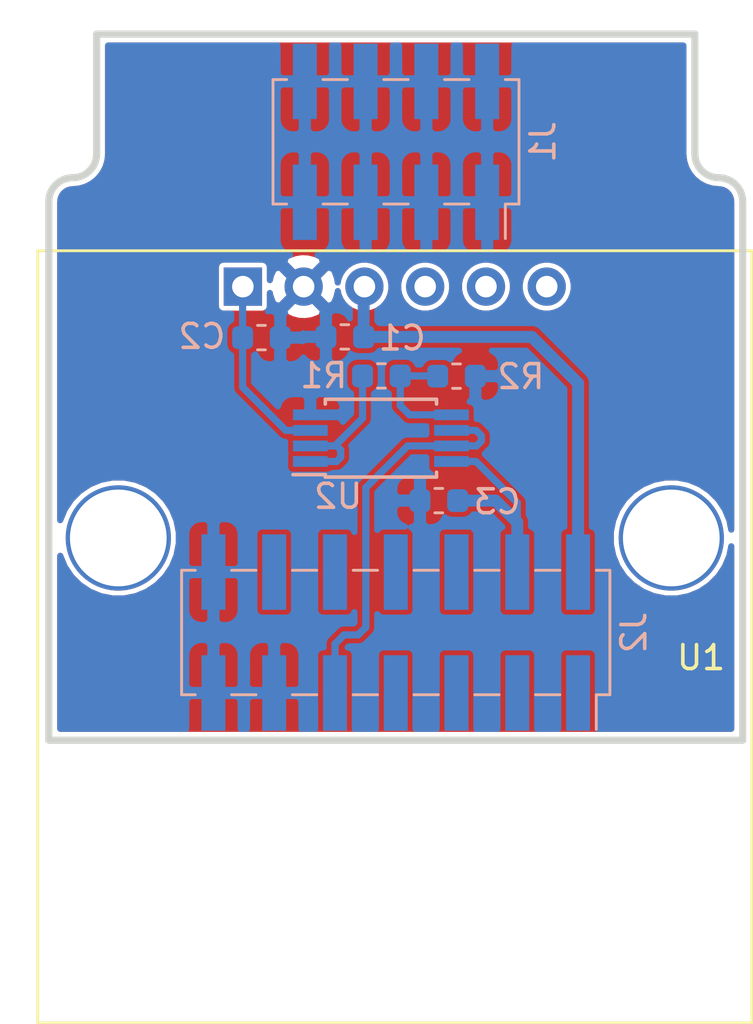
<source format=kicad_pcb>
(kicad_pcb (version 20171130) (host pcbnew 5.1.5-52549c5~86~ubuntu16.04.1)

  (general
    (thickness 1.6)
    (drawings 10)
    (tracks 46)
    (zones 0)
    (modules 9)
    (nets 17)
  )

  (page A4)
  (layers
    (0 F.Cu signal)
    (1 In1.Cu signal)
    (2 In2.Cu signal)
    (31 B.Cu signal)
    (32 B.Adhes user)
    (33 F.Adhes user)
    (34 B.Paste user)
    (35 F.Paste user)
    (36 B.SilkS user)
    (37 F.SilkS user)
    (38 B.Mask user)
    (39 F.Mask user)
    (40 Dwgs.User user)
    (41 Cmts.User user)
    (42 Eco1.User user)
    (43 Eco2.User user)
    (44 Edge.Cuts user)
    (45 Margin user)
    (46 B.CrtYd user)
    (47 F.CrtYd user)
    (48 B.Fab user hide)
    (49 F.Fab user hide)
  )

  (setup
    (last_trace_width 0.3)
    (user_trace_width 0.2)
    (user_trace_width 0.3)
    (user_trace_width 0.4)
    (user_trace_width 0.5)
    (user_trace_width 0.8)
    (user_trace_width 1)
    (user_trace_width 1.5)
    (user_trace_width 2)
    (user_trace_width 3)
    (trace_clearance 0.2)
    (zone_clearance 0.2)
    (zone_45_only yes)
    (trace_min 0.2)
    (via_size 0.8)
    (via_drill 0.4)
    (via_min_size 0.3)
    (via_min_drill 0.3)
    (user_via 0.6 0.3)
    (user_via 0.7 0.5)
    (user_via 1.2 0.8)
    (user_via 2 0.8)
    (uvia_size 0.8)
    (uvia_drill 0.4)
    (uvias_allowed no)
    (uvia_min_size 0.2)
    (uvia_min_drill 0.1)
    (edge_width 0.15)
    (segment_width 0.2)
    (pcb_text_width 0.3)
    (pcb_text_size 1.5 1.5)
    (mod_edge_width 0.15)
    (mod_text_size 1 1)
    (mod_text_width 0.15)
    (pad_size 0.6 1.65)
    (pad_drill 0)
    (pad_to_mask_clearance 0.2)
    (solder_mask_min_width 0.2)
    (aux_axis_origin 0 0)
    (visible_elements FFFFFF7F)
    (pcbplotparams
      (layerselection 0x010fc_ffffffff)
      (usegerberextensions false)
      (usegerberattributes false)
      (usegerberadvancedattributes false)
      (creategerberjobfile false)
      (excludeedgelayer true)
      (linewidth 0.100000)
      (plotframeref false)
      (viasonmask false)
      (mode 1)
      (useauxorigin false)
      (hpglpennumber 1)
      (hpglpenspeed 20)
      (hpglpendiameter 15.000000)
      (psnegative false)
      (psa4output false)
      (plotreference true)
      (plotvalue true)
      (plotinvisibletext false)
      (padsonsilk false)
      (subtractmaskfromsilk false)
      (outputformat 1)
      (mirror false)
      (drillshape 0)
      (scaleselection 1)
      (outputdirectory "gerber/"))
  )

  (net 0 "")
  (net 1 GND)
  (net 2 "Net-(C2-Pad1)")
  (net 3 +5V)
  (net 4 +3V3)
  (net 5 /I2C_CLK)
  (net 6 /SPI_CS)
  (net 7 /I2C_SDA)
  (net 8 /SPI_CLK)
  (net 9 /Analog)
  (net 10 /SPI_MISO)
  (net 11 /SPI_MOSI)
  (net 12 "Net-(U1-Pad6)")
  (net 13 "Net-(U1-Pad5)")
  (net 14 "Net-(U1-Pad4)")
  (net 15 "Net-(R1-Pad1)")
  (net 16 "Net-(R1-Pad2)")

  (net_class Default "This is the default net class."
    (clearance 0.2)
    (trace_width 0.2)
    (via_dia 0.8)
    (via_drill 0.4)
    (uvia_dia 0.8)
    (uvia_drill 0.4)
    (add_net +3V3)
    (add_net +5V)
    (add_net /Analog)
    (add_net /I2C_CLK)
    (add_net /I2C_SDA)
    (add_net /SPI_CLK)
    (add_net /SPI_CS)
    (add_net /SPI_MISO)
    (add_net /SPI_MOSI)
    (add_net GND)
    (add_net "Net-(C2-Pad1)")
    (add_net "Net-(R1-Pad1)")
    (add_net "Net-(R1-Pad2)")
    (add_net "Net-(U1-Pad4)")
    (add_net "Net-(U1-Pad5)")
    (add_net "Net-(U1-Pad6)")
  )

  (module TH_project:MPX5100 (layer F.Cu) (tedit 5EF4BE68) (tstamp 5EF477C7)
    (at 112.91 51.13 180)
    (path /5EF424A1)
    (fp_text reference U1 (at -12.8 -5) (layer F.SilkS)
      (effects (font (size 1 1) (thickness 0.15)))
    )
    (fp_text value MPX5100AP (at 10.55 -5.9) (layer F.Fab)
      (effects (font (size 1 1) (thickness 0.15)))
    )
    (fp_line (start -14.925 -20.26) (end 14.925 -20.26) (layer F.SilkS) (width 0.12))
    (fp_line (start 14.925 -20.26) (end 14.925 12) (layer F.SilkS) (width 0.12))
    (fp_line (start 14.925 12) (end -14.925 12) (layer F.SilkS) (width 0.12))
    (fp_line (start -14.925 12) (end -14.925 -20.26) (layer F.SilkS) (width 0.12))
    (pad "" thru_hole circle (at -11.55555 0 180) (size 4.4 4.4) (drill 4.04) (layers *.Cu *.Mask))
    (pad "" thru_hole circle (at 11.555556 0 180) (size 4.4 4.4) (drill 4.04) (layers *.Cu *.Mask))
    (pad 1 thru_hole rect (at 6.35 10.5 180) (size 1.6 1.6) (drill 0.9) (layers *.Cu *.Mask)
      (net 2 "Net-(C2-Pad1)"))
    (pad 2 thru_hole circle (at 3.81 10.5 180) (size 1.6 1.6) (drill 0.9) (layers *.Cu *.Mask)
      (net 1 GND))
    (pad 3 thru_hole circle (at 1.27 10.5 180) (size 1.6 1.6) (drill 0.9) (layers *.Cu *.Mask)
      (net 3 +5V))
    (pad 4 thru_hole circle (at -1.27 10.5 180) (size 1.6 1.6) (drill 0.9) (layers *.Cu *.Mask)
      (net 14 "Net-(U1-Pad4)"))
    (pad 5 thru_hole circle (at -3.81 10.5 180) (size 1.6 1.6) (drill 0.9) (layers *.Cu *.Mask)
      (net 13 "Net-(U1-Pad5)"))
    (pad 6 thru_hole circle (at -6.35 10.5 180) (size 1.6 1.6) (drill 0.9) (layers *.Cu *.Mask)
      (net 12 "Net-(U1-Pad6)"))
    (model ${KIPRJMOD}/../kicad-modules/shapes3d/MPX5100GP.STEP
      (offset (xyz 0 0 8))
      (scale (xyz 1 1 1))
      (rotate (xyz -180 0 180))
    )
  )

  (module Capacitor_SMD:C_0603_1608Metric (layer B.Cu) (tedit 5B301BBE) (tstamp 5EF41D47)
    (at 110.82 42.73 180)
    (descr "Capacitor SMD 0603 (1608 Metric), square (rectangular) end terminal, IPC_7351 nominal, (Body size source: http://www.tortai-tech.com/upload/download/2011102023233369053.pdf), generated with kicad-footprint-generator")
    (tags capacitor)
    (path /5EF4B509)
    (attr smd)
    (fp_text reference C1 (at -2.4 -0.05) (layer B.SilkS)
      (effects (font (size 1 1) (thickness 0.15)) (justify mirror))
    )
    (fp_text value 1u (at 0 -1.43) (layer B.Fab)
      (effects (font (size 1 1) (thickness 0.15)) (justify mirror))
    )
    (fp_line (start -0.8 -0.4) (end -0.8 0.4) (layer B.Fab) (width 0.1))
    (fp_line (start -0.8 0.4) (end 0.8 0.4) (layer B.Fab) (width 0.1))
    (fp_line (start 0.8 0.4) (end 0.8 -0.4) (layer B.Fab) (width 0.1))
    (fp_line (start 0.8 -0.4) (end -0.8 -0.4) (layer B.Fab) (width 0.1))
    (fp_line (start -0.162779 0.51) (end 0.162779 0.51) (layer B.SilkS) (width 0.12))
    (fp_line (start -0.162779 -0.51) (end 0.162779 -0.51) (layer B.SilkS) (width 0.12))
    (fp_line (start -1.48 -0.73) (end -1.48 0.73) (layer B.CrtYd) (width 0.05))
    (fp_line (start -1.48 0.73) (end 1.48 0.73) (layer B.CrtYd) (width 0.05))
    (fp_line (start 1.48 0.73) (end 1.48 -0.73) (layer B.CrtYd) (width 0.05))
    (fp_line (start 1.48 -0.73) (end -1.48 -0.73) (layer B.CrtYd) (width 0.05))
    (fp_text user %R (at 0 0) (layer B.Fab)
      (effects (font (size 0.4 0.4) (thickness 0.06)) (justify mirror))
    )
    (pad 1 smd roundrect (at -0.7875 0 180) (size 0.875 0.95) (layers B.Cu B.Paste B.Mask) (roundrect_rratio 0.25)
      (net 3 +5V))
    (pad 2 smd roundrect (at 0.7875 0 180) (size 0.875 0.95) (layers B.Cu B.Paste B.Mask) (roundrect_rratio 0.25)
      (net 1 GND))
    (model ${KISYS3DMOD}/Capacitor_SMD.3dshapes/C_0603_1608Metric.wrl
      (at (xyz 0 0 0))
      (scale (xyz 1 1 1))
      (rotate (xyz 0 0 0))
    )
  )

  (module Capacitor_SMD:C_0603_1608Metric (layer B.Cu) (tedit 5B301BBE) (tstamp 5EFE74DE)
    (at 107.3375 42.76)
    (descr "Capacitor SMD 0603 (1608 Metric), square (rectangular) end terminal, IPC_7351 nominal, (Body size source: http://www.tortai-tech.com/upload/download/2011102023233369053.pdf), generated with kicad-footprint-generator")
    (tags capacitor)
    (path /5EF4E99C)
    (attr smd)
    (fp_text reference C2 (at -2.4875 -0.05) (layer B.SilkS)
      (effects (font (size 1 1) (thickness 0.15)) (justify mirror))
    )
    (fp_text value 470p (at 0 -1.43) (layer B.Fab)
      (effects (font (size 1 1) (thickness 0.15)) (justify mirror))
    )
    (fp_text user %R (at 0 0) (layer B.Fab)
      (effects (font (size 0.4 0.4) (thickness 0.06)) (justify mirror))
    )
    (fp_line (start 1.48 -0.73) (end -1.48 -0.73) (layer B.CrtYd) (width 0.05))
    (fp_line (start 1.48 0.73) (end 1.48 -0.73) (layer B.CrtYd) (width 0.05))
    (fp_line (start -1.48 0.73) (end 1.48 0.73) (layer B.CrtYd) (width 0.05))
    (fp_line (start -1.48 -0.73) (end -1.48 0.73) (layer B.CrtYd) (width 0.05))
    (fp_line (start -0.162779 -0.51) (end 0.162779 -0.51) (layer B.SilkS) (width 0.12))
    (fp_line (start -0.162779 0.51) (end 0.162779 0.51) (layer B.SilkS) (width 0.12))
    (fp_line (start 0.8 -0.4) (end -0.8 -0.4) (layer B.Fab) (width 0.1))
    (fp_line (start 0.8 0.4) (end 0.8 -0.4) (layer B.Fab) (width 0.1))
    (fp_line (start -0.8 0.4) (end 0.8 0.4) (layer B.Fab) (width 0.1))
    (fp_line (start -0.8 -0.4) (end -0.8 0.4) (layer B.Fab) (width 0.1))
    (pad 2 smd roundrect (at 0.7875 0) (size 0.875 0.95) (layers B.Cu B.Paste B.Mask) (roundrect_rratio 0.25)
      (net 1 GND))
    (pad 1 smd roundrect (at -0.7875 0) (size 0.875 0.95) (layers B.Cu B.Paste B.Mask) (roundrect_rratio 0.25)
      (net 2 "Net-(C2-Pad1)"))
    (model ${KISYS3DMOD}/Capacitor_SMD.3dshapes/C_0603_1608Metric.wrl
      (at (xyz 0 0 0))
      (scale (xyz 1 1 1))
      (rotate (xyz 0 0 0))
    )
  )

  (module Resistor_SMD:R_0603_1608Metric (layer B.Cu) (tedit 5B301BBD) (tstamp 5EFE739D)
    (at 112.35 44.36 180)
    (descr "Resistor SMD 0603 (1608 Metric), square (rectangular) end terminal, IPC_7351 nominal, (Body size source: http://www.tortai-tech.com/upload/download/2011102023233369053.pdf), generated with kicad-footprint-generator")
    (tags resistor)
    (path /5EF4514E)
    (attr smd)
    (fp_text reference R1 (at 2.41 0.01) (layer B.SilkS)
      (effects (font (size 1 1) (thickness 0.15)) (justify mirror))
    )
    (fp_text value 11k3 (at 0 -1.43) (layer B.Fab)
      (effects (font (size 1 1) (thickness 0.15)) (justify mirror))
    )
    (fp_line (start -0.8 -0.4) (end -0.8 0.4) (layer B.Fab) (width 0.1))
    (fp_line (start -0.8 0.4) (end 0.8 0.4) (layer B.Fab) (width 0.1))
    (fp_line (start 0.8 0.4) (end 0.8 -0.4) (layer B.Fab) (width 0.1))
    (fp_line (start 0.8 -0.4) (end -0.8 -0.4) (layer B.Fab) (width 0.1))
    (fp_line (start -0.162779 0.51) (end 0.162779 0.51) (layer B.SilkS) (width 0.12))
    (fp_line (start -0.162779 -0.51) (end 0.162779 -0.51) (layer B.SilkS) (width 0.12))
    (fp_line (start -1.48 -0.73) (end -1.48 0.73) (layer B.CrtYd) (width 0.05))
    (fp_line (start -1.48 0.73) (end 1.48 0.73) (layer B.CrtYd) (width 0.05))
    (fp_line (start 1.48 0.73) (end 1.48 -0.73) (layer B.CrtYd) (width 0.05))
    (fp_line (start 1.48 -0.73) (end -1.48 -0.73) (layer B.CrtYd) (width 0.05))
    (fp_text user %R (at 0 0) (layer B.Fab)
      (effects (font (size 0.4 0.4) (thickness 0.06)) (justify mirror))
    )
    (pad 1 smd roundrect (at -0.7875 0 180) (size 0.875 0.95) (layers B.Cu B.Paste B.Mask) (roundrect_rratio 0.25)
      (net 15 "Net-(R1-Pad1)"))
    (pad 2 smd roundrect (at 0.7875 0 180) (size 0.875 0.95) (layers B.Cu B.Paste B.Mask) (roundrect_rratio 0.25)
      (net 16 "Net-(R1-Pad2)"))
    (model ${KISYS3DMOD}/Resistor_SMD.3dshapes/R_0603_1608Metric.wrl
      (at (xyz 0 0 0))
      (scale (xyz 1 1 1))
      (rotate (xyz 0 0 0))
    )
  )

  (module Resistor_SMD:R_0603_1608Metric (layer B.Cu) (tedit 5B301BBD) (tstamp 5EF41DC6)
    (at 115.49 44.37)
    (descr "Resistor SMD 0603 (1608 Metric), square (rectangular) end terminal, IPC_7351 nominal, (Body size source: http://www.tortai-tech.com/upload/download/2011102023233369053.pdf), generated with kicad-footprint-generator")
    (tags resistor)
    (path /5EF45EC3)
    (attr smd)
    (fp_text reference R2 (at 2.69 0.02) (layer B.SilkS)
      (effects (font (size 1 1) (thickness 0.15)) (justify mirror))
    )
    (fp_text value 22k (at 0 -1.43) (layer B.Fab)
      (effects (font (size 1 1) (thickness 0.15)) (justify mirror))
    )
    (fp_text user %R (at 0 0) (layer B.Fab)
      (effects (font (size 0.4 0.4) (thickness 0.06)) (justify mirror))
    )
    (fp_line (start 1.48 -0.73) (end -1.48 -0.73) (layer B.CrtYd) (width 0.05))
    (fp_line (start 1.48 0.73) (end 1.48 -0.73) (layer B.CrtYd) (width 0.05))
    (fp_line (start -1.48 0.73) (end 1.48 0.73) (layer B.CrtYd) (width 0.05))
    (fp_line (start -1.48 -0.73) (end -1.48 0.73) (layer B.CrtYd) (width 0.05))
    (fp_line (start -0.162779 -0.51) (end 0.162779 -0.51) (layer B.SilkS) (width 0.12))
    (fp_line (start -0.162779 0.51) (end 0.162779 0.51) (layer B.SilkS) (width 0.12))
    (fp_line (start 0.8 -0.4) (end -0.8 -0.4) (layer B.Fab) (width 0.1))
    (fp_line (start 0.8 0.4) (end 0.8 -0.4) (layer B.Fab) (width 0.1))
    (fp_line (start -0.8 0.4) (end 0.8 0.4) (layer B.Fab) (width 0.1))
    (fp_line (start -0.8 -0.4) (end -0.8 0.4) (layer B.Fab) (width 0.1))
    (pad 2 smd roundrect (at 0.7875 0) (size 0.875 0.95) (layers B.Cu B.Paste B.Mask) (roundrect_rratio 0.25)
      (net 1 GND))
    (pad 1 smd roundrect (at -0.7875 0) (size 0.875 0.95) (layers B.Cu B.Paste B.Mask) (roundrect_rratio 0.25)
      (net 15 "Net-(R1-Pad1)"))
    (model ${KISYS3DMOD}/Resistor_SMD.3dshapes/R_0603_1608Metric.wrl
      (at (xyz 0 0 0))
      (scale (xyz 1 1 1))
      (rotate (xyz 0 0 0))
    )
  )

  (module Connector_PinHeader_2.54mm:PinHeader_2x07_P2.54mm_Vertical_SMD (layer B.Cu) (tedit 59FED5CC) (tstamp 5EF49BE1)
    (at 112.95 55.08 90)
    (descr "surface-mounted straight pin header, 2x07, 2.54mm pitch, double rows")
    (tags "Surface mounted pin header SMD 2x07 2.54mm double row")
    (path /5EF420CD)
    (attr smd)
    (fp_text reference J2 (at 0 9.95 90) (layer B.SilkS)
      (effects (font (size 1 1) (thickness 0.15)) (justify mirror))
    )
    (fp_text value Conn_02x07_Odd_Even (at 0 -9.95 90) (layer B.Fab)
      (effects (font (size 1 1) (thickness 0.15)) (justify mirror))
    )
    (fp_line (start 2.54 -8.89) (end -2.54 -8.89) (layer B.Fab) (width 0.1))
    (fp_line (start -1.59 8.89) (end 2.54 8.89) (layer B.Fab) (width 0.1))
    (fp_line (start -2.54 -8.89) (end -2.54 7.94) (layer B.Fab) (width 0.1))
    (fp_line (start -2.54 7.94) (end -1.59 8.89) (layer B.Fab) (width 0.1))
    (fp_line (start 2.54 8.89) (end 2.54 -8.89) (layer B.Fab) (width 0.1))
    (fp_line (start -2.54 7.94) (end -3.6 7.94) (layer B.Fab) (width 0.1))
    (fp_line (start -3.6 7.94) (end -3.6 7.3) (layer B.Fab) (width 0.1))
    (fp_line (start -3.6 7.3) (end -2.54 7.3) (layer B.Fab) (width 0.1))
    (fp_line (start 2.54 7.94) (end 3.6 7.94) (layer B.Fab) (width 0.1))
    (fp_line (start 3.6 7.94) (end 3.6 7.3) (layer B.Fab) (width 0.1))
    (fp_line (start 3.6 7.3) (end 2.54 7.3) (layer B.Fab) (width 0.1))
    (fp_line (start -2.54 5.4) (end -3.6 5.4) (layer B.Fab) (width 0.1))
    (fp_line (start -3.6 5.4) (end -3.6 4.76) (layer B.Fab) (width 0.1))
    (fp_line (start -3.6 4.76) (end -2.54 4.76) (layer B.Fab) (width 0.1))
    (fp_line (start 2.54 5.4) (end 3.6 5.4) (layer B.Fab) (width 0.1))
    (fp_line (start 3.6 5.4) (end 3.6 4.76) (layer B.Fab) (width 0.1))
    (fp_line (start 3.6 4.76) (end 2.54 4.76) (layer B.Fab) (width 0.1))
    (fp_line (start -2.54 2.86) (end -3.6 2.86) (layer B.Fab) (width 0.1))
    (fp_line (start -3.6 2.86) (end -3.6 2.22) (layer B.Fab) (width 0.1))
    (fp_line (start -3.6 2.22) (end -2.54 2.22) (layer B.Fab) (width 0.1))
    (fp_line (start 2.54 2.86) (end 3.6 2.86) (layer B.Fab) (width 0.1))
    (fp_line (start 3.6 2.86) (end 3.6 2.22) (layer B.Fab) (width 0.1))
    (fp_line (start 3.6 2.22) (end 2.54 2.22) (layer B.Fab) (width 0.1))
    (fp_line (start -2.54 0.32) (end -3.6 0.32) (layer B.Fab) (width 0.1))
    (fp_line (start -3.6 0.32) (end -3.6 -0.32) (layer B.Fab) (width 0.1))
    (fp_line (start -3.6 -0.32) (end -2.54 -0.32) (layer B.Fab) (width 0.1))
    (fp_line (start 2.54 0.32) (end 3.6 0.32) (layer B.Fab) (width 0.1))
    (fp_line (start 3.6 0.32) (end 3.6 -0.32) (layer B.Fab) (width 0.1))
    (fp_line (start 3.6 -0.32) (end 2.54 -0.32) (layer B.Fab) (width 0.1))
    (fp_line (start -2.54 -2.22) (end -3.6 -2.22) (layer B.Fab) (width 0.1))
    (fp_line (start -3.6 -2.22) (end -3.6 -2.86) (layer B.Fab) (width 0.1))
    (fp_line (start -3.6 -2.86) (end -2.54 -2.86) (layer B.Fab) (width 0.1))
    (fp_line (start 2.54 -2.22) (end 3.6 -2.22) (layer B.Fab) (width 0.1))
    (fp_line (start 3.6 -2.22) (end 3.6 -2.86) (layer B.Fab) (width 0.1))
    (fp_line (start 3.6 -2.86) (end 2.54 -2.86) (layer B.Fab) (width 0.1))
    (fp_line (start -2.54 -4.76) (end -3.6 -4.76) (layer B.Fab) (width 0.1))
    (fp_line (start -3.6 -4.76) (end -3.6 -5.4) (layer B.Fab) (width 0.1))
    (fp_line (start -3.6 -5.4) (end -2.54 -5.4) (layer B.Fab) (width 0.1))
    (fp_line (start 2.54 -4.76) (end 3.6 -4.76) (layer B.Fab) (width 0.1))
    (fp_line (start 3.6 -4.76) (end 3.6 -5.4) (layer B.Fab) (width 0.1))
    (fp_line (start 3.6 -5.4) (end 2.54 -5.4) (layer B.Fab) (width 0.1))
    (fp_line (start -2.54 -7.3) (end -3.6 -7.3) (layer B.Fab) (width 0.1))
    (fp_line (start -3.6 -7.3) (end -3.6 -7.94) (layer B.Fab) (width 0.1))
    (fp_line (start -3.6 -7.94) (end -2.54 -7.94) (layer B.Fab) (width 0.1))
    (fp_line (start 2.54 -7.3) (end 3.6 -7.3) (layer B.Fab) (width 0.1))
    (fp_line (start 3.6 -7.3) (end 3.6 -7.94) (layer B.Fab) (width 0.1))
    (fp_line (start 3.6 -7.94) (end 2.54 -7.94) (layer B.Fab) (width 0.1))
    (fp_line (start -2.6 8.95) (end 2.6 8.95) (layer B.SilkS) (width 0.12))
    (fp_line (start -2.6 -8.95) (end 2.6 -8.95) (layer B.SilkS) (width 0.12))
    (fp_line (start -4.04 8.38) (end -2.6 8.38) (layer B.SilkS) (width 0.12))
    (fp_line (start -2.6 8.95) (end -2.6 8.38) (layer B.SilkS) (width 0.12))
    (fp_line (start 2.6 8.95) (end 2.6 8.38) (layer B.SilkS) (width 0.12))
    (fp_line (start -2.6 -8.38) (end -2.6 -8.95) (layer B.SilkS) (width 0.12))
    (fp_line (start 2.6 -8.38) (end 2.6 -8.95) (layer B.SilkS) (width 0.12))
    (fp_line (start -2.6 6.86) (end -2.6 5.84) (layer B.SilkS) (width 0.12))
    (fp_line (start 2.6 6.86) (end 2.6 5.84) (layer B.SilkS) (width 0.12))
    (fp_line (start -2.6 4.32) (end -2.6 3.3) (layer B.SilkS) (width 0.12))
    (fp_line (start 2.6 4.32) (end 2.6 3.3) (layer B.SilkS) (width 0.12))
    (fp_line (start -2.6 1.78) (end -2.6 0.76) (layer B.SilkS) (width 0.12))
    (fp_line (start 2.6 1.78) (end 2.6 0.76) (layer B.SilkS) (width 0.12))
    (fp_line (start -2.6 -0.76) (end -2.6 -1.78) (layer B.SilkS) (width 0.12))
    (fp_line (start 2.6 -0.76) (end 2.6 -1.78) (layer B.SilkS) (width 0.12))
    (fp_line (start -2.6 -3.3) (end -2.6 -4.32) (layer B.SilkS) (width 0.12))
    (fp_line (start 2.6 -3.3) (end 2.6 -4.32) (layer B.SilkS) (width 0.12))
    (fp_line (start -2.6 -5.84) (end -2.6 -6.86) (layer B.SilkS) (width 0.12))
    (fp_line (start 2.6 -5.84) (end 2.6 -6.86) (layer B.SilkS) (width 0.12))
    (fp_line (start -5.9 9.4) (end -5.9 -9.4) (layer B.CrtYd) (width 0.05))
    (fp_line (start -5.9 -9.4) (end 5.9 -9.4) (layer B.CrtYd) (width 0.05))
    (fp_line (start 5.9 -9.4) (end 5.9 9.4) (layer B.CrtYd) (width 0.05))
    (fp_line (start 5.9 9.4) (end -5.9 9.4) (layer B.CrtYd) (width 0.05))
    (fp_text user %R (at 0 0 180) (layer B.Fab)
      (effects (font (size 1 1) (thickness 0.15)) (justify mirror))
    )
    (pad 1 smd rect (at -2.525 7.62 90) (size 3.15 1) (layers B.Cu B.Paste B.Mask)
      (net 4 +3V3))
    (pad 2 smd rect (at 2.525 7.62 90) (size 3.15 1) (layers B.Cu B.Paste B.Mask)
      (net 3 +5V))
    (pad 3 smd rect (at -2.525 5.08 90) (size 3.15 1) (layers B.Cu B.Paste B.Mask)
      (net 4 +3V3))
    (pad 4 smd rect (at 2.525 5.08 90) (size 3.15 1) (layers B.Cu B.Paste B.Mask)
      (net 3 +5V))
    (pad 5 smd rect (at -2.525 2.54 90) (size 3.15 1) (layers B.Cu B.Paste B.Mask)
      (net 5 /I2C_CLK))
    (pad 6 smd rect (at 2.525 2.54 90) (size 3.15 1) (layers B.Cu B.Paste B.Mask)
      (net 6 /SPI_CS))
    (pad 7 smd rect (at -2.525 0 90) (size 3.15 1) (layers B.Cu B.Paste B.Mask)
      (net 7 /I2C_SDA))
    (pad 8 smd rect (at 2.525 0 90) (size 3.15 1) (layers B.Cu B.Paste B.Mask)
      (net 8 /SPI_CLK))
    (pad 9 smd rect (at -2.525 -2.54 90) (size 3.15 1) (layers B.Cu B.Paste B.Mask)
      (net 9 /Analog))
    (pad 10 smd rect (at 2.525 -2.54 90) (size 3.15 1) (layers B.Cu B.Paste B.Mask)
      (net 10 /SPI_MISO))
    (pad 11 smd rect (at -2.525 -5.08 90) (size 3.15 1) (layers B.Cu B.Paste B.Mask)
      (net 1 GND))
    (pad 12 smd rect (at 2.525 -5.08 90) (size 3.15 1) (layers B.Cu B.Paste B.Mask)
      (net 11 /SPI_MOSI))
    (pad 13 smd rect (at -2.525 -7.62 90) (size 3.15 1) (layers B.Cu B.Paste B.Mask)
      (net 1 GND))
    (pad 14 smd rect (at 2.525 -7.62 90) (size 3.15 1) (layers B.Cu B.Paste B.Mask)
      (net 1 GND))
    (model ${KISYS3DMOD}/Connector_PinHeader_2.54mm.3dshapes/PinHeader_2x07_P2.54mm_Vertical_SMD.wrl
      (at (xyz 0 0 0))
      (scale (xyz 1 1 1))
      (rotate (xyz 0 0 0))
    )
  )

  (module Connector_PinHeader_2.54mm:PinHeader_2x04_P2.54mm_Vertical_SMD locked (layer B.Cu) (tedit 59FED5CC) (tstamp 5EF49E0D)
    (at 112.96 34.58 90)
    (descr "surface-mounted straight pin header, 2x04, 2.54mm pitch, double rows")
    (tags "Surface mounted pin header SMD 2x04 2.54mm double row")
    (path /5EF3F442)
    (attr smd)
    (fp_text reference J1 (at 0 6.14 90) (layer B.SilkS)
      (effects (font (size 1 1) (thickness 0.15)) (justify mirror))
    )
    (fp_text value Conn_02x04_Odd_Even (at 0 -6.14 90) (layer B.Fab)
      (effects (font (size 1 1) (thickness 0.15)) (justify mirror))
    )
    (fp_line (start 2.54 -5.08) (end -2.54 -5.08) (layer B.Fab) (width 0.1))
    (fp_line (start -1.59 5.08) (end 2.54 5.08) (layer B.Fab) (width 0.1))
    (fp_line (start -2.54 -5.08) (end -2.54 4.13) (layer B.Fab) (width 0.1))
    (fp_line (start -2.54 4.13) (end -1.59 5.08) (layer B.Fab) (width 0.1))
    (fp_line (start 2.54 5.08) (end 2.54 -5.08) (layer B.Fab) (width 0.1))
    (fp_line (start -2.54 4.13) (end -3.6 4.13) (layer B.Fab) (width 0.1))
    (fp_line (start -3.6 4.13) (end -3.6 3.49) (layer B.Fab) (width 0.1))
    (fp_line (start -3.6 3.49) (end -2.54 3.49) (layer B.Fab) (width 0.1))
    (fp_line (start 2.54 4.13) (end 3.6 4.13) (layer B.Fab) (width 0.1))
    (fp_line (start 3.6 4.13) (end 3.6 3.49) (layer B.Fab) (width 0.1))
    (fp_line (start 3.6 3.49) (end 2.54 3.49) (layer B.Fab) (width 0.1))
    (fp_line (start -2.54 1.59) (end -3.6 1.59) (layer B.Fab) (width 0.1))
    (fp_line (start -3.6 1.59) (end -3.6 0.95) (layer B.Fab) (width 0.1))
    (fp_line (start -3.6 0.95) (end -2.54 0.95) (layer B.Fab) (width 0.1))
    (fp_line (start 2.54 1.59) (end 3.6 1.59) (layer B.Fab) (width 0.1))
    (fp_line (start 3.6 1.59) (end 3.6 0.95) (layer B.Fab) (width 0.1))
    (fp_line (start 3.6 0.95) (end 2.54 0.95) (layer B.Fab) (width 0.1))
    (fp_line (start -2.54 -0.95) (end -3.6 -0.95) (layer B.Fab) (width 0.1))
    (fp_line (start -3.6 -0.95) (end -3.6 -1.59) (layer B.Fab) (width 0.1))
    (fp_line (start -3.6 -1.59) (end -2.54 -1.59) (layer B.Fab) (width 0.1))
    (fp_line (start 2.54 -0.95) (end 3.6 -0.95) (layer B.Fab) (width 0.1))
    (fp_line (start 3.6 -0.95) (end 3.6 -1.59) (layer B.Fab) (width 0.1))
    (fp_line (start 3.6 -1.59) (end 2.54 -1.59) (layer B.Fab) (width 0.1))
    (fp_line (start -2.54 -3.49) (end -3.6 -3.49) (layer B.Fab) (width 0.1))
    (fp_line (start -3.6 -3.49) (end -3.6 -4.13) (layer B.Fab) (width 0.1))
    (fp_line (start -3.6 -4.13) (end -2.54 -4.13) (layer B.Fab) (width 0.1))
    (fp_line (start 2.54 -3.49) (end 3.6 -3.49) (layer B.Fab) (width 0.1))
    (fp_line (start 3.6 -3.49) (end 3.6 -4.13) (layer B.Fab) (width 0.1))
    (fp_line (start 3.6 -4.13) (end 2.54 -4.13) (layer B.Fab) (width 0.1))
    (fp_line (start -2.6 5.14) (end 2.6 5.14) (layer B.SilkS) (width 0.12))
    (fp_line (start -2.6 -5.14) (end 2.6 -5.14) (layer B.SilkS) (width 0.12))
    (fp_line (start -4.04 4.57) (end -2.6 4.57) (layer B.SilkS) (width 0.12))
    (fp_line (start -2.6 5.14) (end -2.6 4.57) (layer B.SilkS) (width 0.12))
    (fp_line (start 2.6 5.14) (end 2.6 4.57) (layer B.SilkS) (width 0.12))
    (fp_line (start -2.6 -4.57) (end -2.6 -5.14) (layer B.SilkS) (width 0.12))
    (fp_line (start 2.6 -4.57) (end 2.6 -5.14) (layer B.SilkS) (width 0.12))
    (fp_line (start -2.6 3.05) (end -2.6 2.03) (layer B.SilkS) (width 0.12))
    (fp_line (start 2.6 3.05) (end 2.6 2.03) (layer B.SilkS) (width 0.12))
    (fp_line (start -2.6 0.51) (end -2.6 -0.51) (layer B.SilkS) (width 0.12))
    (fp_line (start 2.6 0.51) (end 2.6 -0.51) (layer B.SilkS) (width 0.12))
    (fp_line (start -2.6 -2.03) (end -2.6 -3.05) (layer B.SilkS) (width 0.12))
    (fp_line (start 2.6 -2.03) (end 2.6 -3.05) (layer B.SilkS) (width 0.12))
    (fp_line (start -5.9 5.6) (end -5.9 -5.6) (layer B.CrtYd) (width 0.05))
    (fp_line (start -5.9 -5.6) (end 5.9 -5.6) (layer B.CrtYd) (width 0.05))
    (fp_line (start 5.9 -5.6) (end 5.9 5.6) (layer B.CrtYd) (width 0.05))
    (fp_line (start 5.9 5.6) (end -5.9 5.6) (layer B.CrtYd) (width 0.05))
    (fp_text user %R (at 0 0 180) (layer B.Fab)
      (effects (font (size 1 1) (thickness 0.15)) (justify mirror))
    )
    (pad 1 smd rect (at -2.525 3.81 90) (size 3.15 1) (layers B.Cu B.Paste B.Mask)
      (net 1 GND))
    (pad 2 smd rect (at 2.525 3.81 90) (size 3.15 1) (layers B.Cu B.Paste B.Mask)
      (net 1 GND))
    (pad 3 smd rect (at -2.525 1.27 90) (size 3.15 1) (layers B.Cu B.Paste B.Mask)
      (net 1 GND))
    (pad 4 smd rect (at 2.525 1.27 90) (size 3.15 1) (layers B.Cu B.Paste B.Mask)
      (net 1 GND))
    (pad 5 smd rect (at -2.525 -1.27 90) (size 3.15 1) (layers B.Cu B.Paste B.Mask)
      (net 1 GND))
    (pad 6 smd rect (at 2.525 -1.27 90) (size 3.15 1) (layers B.Cu B.Paste B.Mask)
      (net 1 GND))
    (pad 7 smd rect (at -2.525 -3.81 90) (size 3.15 1) (layers B.Cu B.Paste B.Mask)
      (net 1 GND))
    (pad 8 smd rect (at 2.525 -3.81 90) (size 3.15 1) (layers B.Cu B.Paste B.Mask)
      (net 1 GND))
    (model ${KISYS3DMOD}/Connector_PinHeader_2.54mm.3dshapes/PinHeader_2x04_P2.54mm_Vertical_SMD.wrl
      (at (xyz 0 0 0))
      (scale (xyz 1 1 1))
      (rotate (xyz 0 0 0))
    )
  )

  (module Capacitor_SMD:C_0603_1608Metric (layer B.Cu) (tedit 5B301BBE) (tstamp 5EFE744E)
    (at 114.75 49.57 180)
    (descr "Capacitor SMD 0603 (1608 Metric), square (rectangular) end terminal, IPC_7351 nominal, (Body size source: http://www.tortai-tech.com/upload/download/2011102023233369053.pdf), generated with kicad-footprint-generator")
    (tags capacitor)
    (path /5F018655)
    (attr smd)
    (fp_text reference C3 (at -2.44 -0.05) (layer B.SilkS)
      (effects (font (size 1 1) (thickness 0.15)) (justify mirror))
    )
    (fp_text value 1u (at 0 -1.43) (layer B.Fab)
      (effects (font (size 1 1) (thickness 0.15)) (justify mirror))
    )
    (fp_line (start -0.8 -0.4) (end -0.8 0.4) (layer B.Fab) (width 0.1))
    (fp_line (start -0.8 0.4) (end 0.8 0.4) (layer B.Fab) (width 0.1))
    (fp_line (start 0.8 0.4) (end 0.8 -0.4) (layer B.Fab) (width 0.1))
    (fp_line (start 0.8 -0.4) (end -0.8 -0.4) (layer B.Fab) (width 0.1))
    (fp_line (start -0.162779 0.51) (end 0.162779 0.51) (layer B.SilkS) (width 0.12))
    (fp_line (start -0.162779 -0.51) (end 0.162779 -0.51) (layer B.SilkS) (width 0.12))
    (fp_line (start -1.48 -0.73) (end -1.48 0.73) (layer B.CrtYd) (width 0.05))
    (fp_line (start -1.48 0.73) (end 1.48 0.73) (layer B.CrtYd) (width 0.05))
    (fp_line (start 1.48 0.73) (end 1.48 -0.73) (layer B.CrtYd) (width 0.05))
    (fp_line (start 1.48 -0.73) (end -1.48 -0.73) (layer B.CrtYd) (width 0.05))
    (fp_text user %R (at 0 0) (layer B.Fab)
      (effects (font (size 0.4 0.4) (thickness 0.06)) (justify mirror))
    )
    (pad 1 smd roundrect (at -0.7875 0 180) (size 0.875 0.95) (layers B.Cu B.Paste B.Mask) (roundrect_rratio 0.25)
      (net 3 +5V))
    (pad 2 smd roundrect (at 0.7875 0 180) (size 0.875 0.95) (layers B.Cu B.Paste B.Mask) (roundrect_rratio 0.25)
      (net 1 GND))
    (model ${KISYS3DMOD}/Capacitor_SMD.3dshapes/C_0603_1608Metric.wrl
      (at (xyz 0 0 0))
      (scale (xyz 1 1 1))
      (rotate (xyz 0 0 0))
    )
  )

  (module Package_SO:TSSOP-8_4.4x3mm_P0.65mm (layer B.Cu) (tedit 5A02F25C) (tstamp 5EFE7181)
    (at 112.33 46.96)
    (descr "8-Lead Plastic Thin Shrink Small Outline (ST)-4.4 mm Body [TSSOP] (see Microchip Packaging Specification 00000049BS.pdf)")
    (tags "SSOP 0.65")
    (path /5EFE46C6)
    (attr smd)
    (fp_text reference U2 (at -1.79 2.43) (layer B.SilkS)
      (effects (font (size 1 1) (thickness 0.15)) (justify mirror))
    )
    (fp_text value LM358 (at 0 -2.55) (layer B.Fab)
      (effects (font (size 1 1) (thickness 0.15)) (justify mirror))
    )
    (fp_line (start -1.2 1.5) (end 2.2 1.5) (layer B.Fab) (width 0.15))
    (fp_line (start 2.2 1.5) (end 2.2 -1.5) (layer B.Fab) (width 0.15))
    (fp_line (start 2.2 -1.5) (end -2.2 -1.5) (layer B.Fab) (width 0.15))
    (fp_line (start -2.2 -1.5) (end -2.2 0.5) (layer B.Fab) (width 0.15))
    (fp_line (start -2.2 0.5) (end -1.2 1.5) (layer B.Fab) (width 0.15))
    (fp_line (start -3.95 1.8) (end -3.95 -1.8) (layer B.CrtYd) (width 0.05))
    (fp_line (start 3.95 1.8) (end 3.95 -1.8) (layer B.CrtYd) (width 0.05))
    (fp_line (start -3.95 1.8) (end 3.95 1.8) (layer B.CrtYd) (width 0.05))
    (fp_line (start -3.95 -1.8) (end 3.95 -1.8) (layer B.CrtYd) (width 0.05))
    (fp_line (start -2.325 1.625) (end -2.325 1.525) (layer B.SilkS) (width 0.15))
    (fp_line (start 2.325 1.625) (end 2.325 1.425) (layer B.SilkS) (width 0.15))
    (fp_line (start 2.325 -1.625) (end 2.325 -1.425) (layer B.SilkS) (width 0.15))
    (fp_line (start -2.325 -1.625) (end -2.325 -1.425) (layer B.SilkS) (width 0.15))
    (fp_line (start -2.325 1.625) (end 2.325 1.625) (layer B.SilkS) (width 0.15))
    (fp_line (start -2.325 -1.625) (end 2.325 -1.625) (layer B.SilkS) (width 0.15))
    (fp_line (start -2.325 1.525) (end -3.675 1.525) (layer B.SilkS) (width 0.15))
    (fp_text user %R (at 0 0) (layer B.Fab)
      (effects (font (size 0.7 0.7) (thickness 0.15)) (justify mirror))
    )
    (pad 1 smd rect (at -2.95 0.975) (size 1.45 0.45) (layers B.Cu B.Paste B.Mask)
      (net 16 "Net-(R1-Pad2)"))
    (pad 2 smd rect (at -2.95 0.325) (size 1.45 0.45) (layers B.Cu B.Paste B.Mask)
      (net 16 "Net-(R1-Pad2)"))
    (pad 3 smd rect (at -2.95 -0.325) (size 1.45 0.45) (layers B.Cu B.Paste B.Mask)
      (net 2 "Net-(C2-Pad1)"))
    (pad 4 smd rect (at -2.95 -0.975) (size 1.45 0.45) (layers B.Cu B.Paste B.Mask)
      (net 1 GND))
    (pad 5 smd rect (at 2.95 -0.975) (size 1.45 0.45) (layers B.Cu B.Paste B.Mask)
      (net 15 "Net-(R1-Pad1)"))
    (pad 6 smd rect (at 2.95 -0.325) (size 1.45 0.45) (layers B.Cu B.Paste B.Mask)
      (net 9 /Analog))
    (pad 7 smd rect (at 2.95 0.325) (size 1.45 0.45) (layers B.Cu B.Paste B.Mask)
      (net 9 /Analog))
    (pad 8 smd rect (at 2.95 0.975) (size 1.45 0.45) (layers B.Cu B.Paste B.Mask)
      (net 3 +5V))
    (model ${KISYS3DMOD}/Package_SO.3dshapes/TSSOP-8_4.4x3mm_P0.65mm.wrl
      (at (xyz 0 0 0))
      (scale (xyz 1 1 1))
      (rotate (xyz 0 0 0))
    )
  )

  (gr_arc (start 99.45 35.08) (end 99.45 36.08) (angle -90) (layer Edge.Cuts) (width 0.3) (tstamp 5EF415DC))
  (gr_arc (start 99.45 37.08) (end 99.45 36.08) (angle -90) (layer Edge.Cuts) (width 0.3) (tstamp 5EF415DB))
  (gr_line (start 100.45 35.08) (end 100.45 30.08) (layer Edge.Cuts) (width 0.3) (tstamp 5EF415DA))
  (gr_line (start 98.45 37.08) (end 98.45 59.58) (layer Edge.Cuts) (width 0.3) (tstamp 5EF415D9))
  (gr_line (start 100.45 30.08) (end 125.45 30.08) (layer Edge.Cuts) (width 0.3) (tstamp 5EF415D8))
  (gr_line (start 125.45 30.08) (end 125.45 35.08) (layer Edge.Cuts) (width 0.3) (tstamp 5EF415D7))
  (gr_arc (start 126.45 35.08) (end 125.45 35.08) (angle -90) (layer Edge.Cuts) (width 0.3) (tstamp 5EF415D6))
  (gr_arc (start 126.45 37.08) (end 127.45 37.08) (angle -90) (layer Edge.Cuts) (width 0.3) (tstamp 5EF415D5))
  (gr_line (start 127.45 37.08) (end 127.45 59.58) (layer Edge.Cuts) (width 0.3) (tstamp 5EF415D4))
  (gr_line (start 127.45 59.58) (end 98.45 59.58) (layer Edge.Cuts) (width 0.3) (tstamp 5EF415D3))

  (segment (start 106.55 43.235) (end 106.55 42.76) (width 0.3) (layer B.Cu) (net 2))
  (segment (start 106.55 44.83) (end 106.55 43.235) (width 0.3) (layer B.Cu) (net 2))
  (segment (start 108.355 46.635) (end 106.55 44.83) (width 0.3) (layer B.Cu) (net 2))
  (segment (start 109.38 46.635) (end 108.355 46.635) (width 0.3) (layer B.Cu) (net 2))
  (segment (start 106.55 40.64) (end 106.56 40.63) (width 0.3) (layer B.Cu) (net 2))
  (segment (start 106.55 42.76) (end 106.55 40.64) (width 0.3) (layer B.Cu) (net 2))
  (segment (start 111.6175 40.6525) (end 111.64 40.63) (width 0.5) (layer F.Cu) (net 3))
  (segment (start 111.6075 40.6625) (end 111.64 40.63) (width 0.5) (layer B.Cu) (net 3))
  (segment (start 111.6075 42.73) (end 111.6075 40.6625) (width 0.5) (layer B.Cu) (net 3))
  (segment (start 118.64 42.73) (end 111.6075 42.73) (width 0.5) (layer B.Cu) (net 3))
  (segment (start 120.57 44.66) (end 118.64 42.73) (width 0.5) (layer B.Cu) (net 3))
  (segment (start 120.57 52.555) (end 120.57 44.66) (width 0.5) (layer B.Cu) (net 3))
  (segment (start 117.12 49.57) (end 115.5375 49.57) (width 0.5) (layer B.Cu) (net 3))
  (segment (start 118.03 50.48) (end 117.12 49.57) (width 0.5) (layer B.Cu) (net 3))
  (segment (start 118.03 52.555) (end 118.03 50.48) (width 0.5) (layer B.Cu) (net 3))
  (segment (start 118.03 50.68) (end 118.03 52.555) (width 0.3) (layer B.Cu) (net 3))
  (segment (start 116.305 47.935) (end 118.03 49.66) (width 0.3) (layer B.Cu) (net 3))
  (segment (start 118.03 49.66) (end 118.03 50.68) (width 0.3) (layer B.Cu) (net 3))
  (segment (start 115.28 47.935) (end 116.305 47.935) (width 0.3) (layer B.Cu) (net 3))
  (segment (start 115.49 53.81) (end 115.49 52.607919) (width 0.5) (layer B.Cu) (net 6))
  (segment (start 116.325 47.285) (end 115.28 47.285) (width 0.3) (layer B.Cu) (net 9))
  (segment (start 115.28 46.635) (end 116.305 46.635) (width 0.3) (layer B.Cu) (net 9))
  (segment (start 116.305 46.635) (end 116.53 46.86) (width 0.3) (layer B.Cu) (net 9))
  (segment (start 116.53 47.08) (end 116.325 47.285) (width 0.3) (layer B.Cu) (net 9))
  (segment (start 116.53 46.86) (end 116.53 47.08) (width 0.3) (layer B.Cu) (net 9))
  (segment (start 110.41 57.605) (end 110.41 55.56) (width 0.3) (layer B.Cu) (net 9))
  (segment (start 113.445 47.285) (end 115.28 47.285) (width 0.3) (layer B.Cu) (net 9))
  (segment (start 111.7 54.86) (end 111.7 49.03) (width 0.3) (layer B.Cu) (net 9))
  (segment (start 110.41 55.56) (end 110.79 55.18) (width 0.3) (layer B.Cu) (net 9))
  (segment (start 110.79 55.18) (end 111.38 55.18) (width 0.3) (layer B.Cu) (net 9))
  (segment (start 111.7 49.03) (end 113.445 47.285) (width 0.3) (layer B.Cu) (net 9))
  (segment (start 111.38 55.18) (end 111.7 54.86) (width 0.3) (layer B.Cu) (net 9))
  (segment (start 113.1375 44.36) (end 113.1375 45.5975) (width 0.3) (layer B.Cu) (net 15))
  (segment (start 113.525 45.985) (end 115.28 45.985) (width 0.3) (layer B.Cu) (net 15))
  (segment (start 113.1375 45.5975) (end 113.525 45.985) (width 0.3) (layer B.Cu) (net 15))
  (segment (start 114.6925 44.36) (end 114.7025 44.37) (width 0.3) (layer B.Cu) (net 15))
  (segment (start 113.1375 44.36) (end 114.6925 44.36) (width 0.3) (layer B.Cu) (net 15))
  (segment (start 110.475 47.935) (end 109.38 47.935) (width 0.3) (layer B.Cu) (net 16))
  (segment (start 109.38 47.285) (end 110.485 47.285) (width 0.3) (layer B.Cu) (net 16))
  (segment (start 110.485 47.285) (end 110.65 47.45) (width 0.3) (layer B.Cu) (net 16))
  (segment (start 110.65 47.45) (end 110.65 47.76) (width 0.3) (layer B.Cu) (net 16))
  (segment (start 110.65 47.76) (end 110.475 47.935) (width 0.3) (layer B.Cu) (net 16))
  (segment (start 111.5625 46.1275) (end 111.5625 44.835) (width 0.3) (layer B.Cu) (net 16))
  (segment (start 111.5625 44.835) (end 111.5625 44.36) (width 0.3) (layer B.Cu) (net 16))
  (segment (start 110.405 47.285) (end 111.5625 46.1275) (width 0.3) (layer B.Cu) (net 16))
  (segment (start 109.38 47.285) (end 110.405 47.285) (width 0.3) (layer B.Cu) (net 16))

  (zone (net 1) (net_name GND) (layer B.Cu) (tstamp 0) (hatch edge 0.508)
    (connect_pads (clearance 0.2))
    (min_thickness 0.254)
    (fill yes (arc_segments 32) (thermal_gap 0.508) (thermal_bridge_width 0.508))
    (polygon
      (pts
        (xy 127.45 59.6) (xy 96.41 59.6) (xy 96.41 30.01) (xy 127.45 30.01)
      )
    )
    (filled_polygon
      (pts
        (xy 108.015 31.76925) (xy 108.17375 31.928) (xy 109.023 31.928) (xy 109.023 31.908) (xy 109.277 31.908)
        (xy 109.277 31.928) (xy 110.12625 31.928) (xy 110.285 31.76925) (xy 110.287889 30.557) (xy 110.552111 30.557)
        (xy 110.555 31.76925) (xy 110.71375 31.928) (xy 111.563 31.928) (xy 111.563 31.908) (xy 111.817 31.908)
        (xy 111.817 31.928) (xy 112.66625 31.928) (xy 112.825 31.76925) (xy 112.827889 30.557) (xy 113.092111 30.557)
        (xy 113.095 31.76925) (xy 113.25375 31.928) (xy 114.103 31.928) (xy 114.103 31.908) (xy 114.357 31.908)
        (xy 114.357 31.928) (xy 115.20625 31.928) (xy 115.365 31.76925) (xy 115.367889 30.557) (xy 115.632111 30.557)
        (xy 115.635 31.76925) (xy 115.79375 31.928) (xy 116.643 31.928) (xy 116.643 31.908) (xy 116.897 31.908)
        (xy 116.897 31.928) (xy 117.74625 31.928) (xy 117.905 31.76925) (xy 117.907889 30.557) (xy 124.973 30.557)
        (xy 124.973001 35.103423) (xy 124.97503 35.124025) (xy 124.974987 35.130214) (xy 124.975637 35.136842) (xy 124.996038 35.330939)
        (xy 125.004734 35.373303) (xy 125.012832 35.415755) (xy 125.014756 35.422126) (xy 125.014757 35.422132) (xy 125.014759 35.422138)
        (xy 125.072469 35.608568) (xy 125.08922 35.648418) (xy 125.105417 35.688508) (xy 125.108542 35.694384) (xy 125.108544 35.694389)
        (xy 125.108547 35.694393) (xy 125.201369 35.866065) (xy 125.225564 35.901936) (xy 125.249218 35.938084) (xy 125.25342 35.943236)
        (xy 125.253426 35.943244) (xy 125.253433 35.943251) (xy 125.377832 36.093623) (xy 125.408498 36.124076) (xy 125.438756 36.154975)
        (xy 125.443882 36.159214) (xy 125.443888 36.15922) (xy 125.443895 36.159224) (xy 125.59513 36.282569) (xy 125.631133 36.306489)
        (xy 125.666812 36.33092) (xy 125.672666 36.334084) (xy 125.67267 36.334087) (xy 125.672674 36.334089) (xy 125.844993 36.425712)
        (xy 125.884972 36.44219) (xy 125.9247 36.459218) (xy 125.931056 36.461185) (xy 125.931063 36.461188) (xy 125.93107 36.461189)
        (xy 126.117898 36.517597) (xy 126.160337 36.526) (xy 126.202595 36.534983) (xy 126.209212 36.535677) (xy 126.20922 36.535679)
        (xy 126.209228 36.535679) (xy 126.403452 36.554723) (xy 126.551139 36.569204) (xy 126.648432 36.598579) (xy 126.738159 36.646287)
        (xy 126.816911 36.710517) (xy 126.88169 36.78882) (xy 126.930026 36.878216) (xy 126.960077 36.975296) (xy 126.973 37.098248)
        (xy 126.973001 50.78283) (xy 126.895439 50.392901) (xy 126.704948 49.933017) (xy 126.428399 49.519131) (xy 126.076419 49.167151)
        (xy 125.662533 48.890602) (xy 125.202649 48.700111) (xy 124.714438 48.603) (xy 124.216662 48.603) (xy 123.728451 48.700111)
        (xy 123.268567 48.890602) (xy 122.854681 49.167151) (xy 122.502701 49.519131) (xy 122.226152 49.933017) (xy 122.035661 50.392901)
        (xy 121.93855 50.881112) (xy 121.93855 51.378888) (xy 122.035661 51.867099) (xy 122.226152 52.326983) (xy 122.502701 52.740869)
        (xy 122.854681 53.092849) (xy 123.268567 53.369398) (xy 123.728451 53.559889) (xy 124.216662 53.657) (xy 124.714438 53.657)
        (xy 125.202649 53.559889) (xy 125.662533 53.369398) (xy 126.076419 53.092849) (xy 126.428399 52.740869) (xy 126.704948 52.326983)
        (xy 126.895439 51.867099) (xy 126.973001 51.477169) (xy 126.973001 59.103) (xy 121.398582 59.103) (xy 121.398582 56.03)
        (xy 121.392268 55.965897) (xy 121.37357 55.904257) (xy 121.343206 55.84745) (xy 121.302343 55.797657) (xy 121.25255 55.756794)
        (xy 121.195743 55.72643) (xy 121.134103 55.707732) (xy 121.07 55.701418) (xy 120.07 55.701418) (xy 120.005897 55.707732)
        (xy 119.944257 55.72643) (xy 119.88745 55.756794) (xy 119.837657 55.797657) (xy 119.796794 55.84745) (xy 119.76643 55.904257)
        (xy 119.747732 55.965897) (xy 119.741418 56.03) (xy 119.741418 59.103) (xy 118.858582 59.103) (xy 118.858582 56.03)
        (xy 118.852268 55.965897) (xy 118.83357 55.904257) (xy 118.803206 55.84745) (xy 118.762343 55.797657) (xy 118.71255 55.756794)
        (xy 118.655743 55.72643) (xy 118.594103 55.707732) (xy 118.53 55.701418) (xy 117.53 55.701418) (xy 117.465897 55.707732)
        (xy 117.404257 55.72643) (xy 117.34745 55.756794) (xy 117.297657 55.797657) (xy 117.256794 55.84745) (xy 117.22643 55.904257)
        (xy 117.207732 55.965897) (xy 117.201418 56.03) (xy 117.201418 59.103) (xy 116.318582 59.103) (xy 116.318582 56.03)
        (xy 116.312268 55.965897) (xy 116.29357 55.904257) (xy 116.263206 55.84745) (xy 116.222343 55.797657) (xy 116.17255 55.756794)
        (xy 116.115743 55.72643) (xy 116.054103 55.707732) (xy 115.99 55.701418) (xy 114.99 55.701418) (xy 114.925897 55.707732)
        (xy 114.864257 55.72643) (xy 114.80745 55.756794) (xy 114.757657 55.797657) (xy 114.716794 55.84745) (xy 114.68643 55.904257)
        (xy 114.667732 55.965897) (xy 114.661418 56.03) (xy 114.661418 59.103) (xy 113.778582 59.103) (xy 113.778582 56.03)
        (xy 113.772268 55.965897) (xy 113.75357 55.904257) (xy 113.723206 55.84745) (xy 113.682343 55.797657) (xy 113.63255 55.756794)
        (xy 113.575743 55.72643) (xy 113.514103 55.707732) (xy 113.45 55.701418) (xy 112.45 55.701418) (xy 112.385897 55.707732)
        (xy 112.324257 55.72643) (xy 112.26745 55.756794) (xy 112.217657 55.797657) (xy 112.176794 55.84745) (xy 112.14643 55.904257)
        (xy 112.127732 55.965897) (xy 112.121418 56.03) (xy 112.121418 59.103) (xy 111.238582 59.103) (xy 111.238582 56.03)
        (xy 111.232268 55.965897) (xy 111.21357 55.904257) (xy 111.183206 55.84745) (xy 111.142343 55.797657) (xy 111.09255 55.756794)
        (xy 111.035743 55.72643) (xy 110.974103 55.707732) (xy 110.940188 55.704391) (xy 110.98758 55.657) (xy 111.356585 55.657)
        (xy 111.38 55.659306) (xy 111.403415 55.657) (xy 111.403423 55.657) (xy 111.473508 55.650097) (xy 111.563423 55.622822)
        (xy 111.646289 55.578529) (xy 111.718921 55.518921) (xy 111.733855 55.500724) (xy 112.020724 55.213855) (xy 112.038921 55.198921)
        (xy 112.098529 55.126289) (xy 112.142822 55.043423) (xy 112.170097 54.953508) (xy 112.177 54.883423) (xy 112.177 54.883416)
        (xy 112.179306 54.860001) (xy 112.177 54.836586) (xy 112.177 54.312801) (xy 112.217657 54.362343) (xy 112.26745 54.403206)
        (xy 112.324257 54.43357) (xy 112.385897 54.452268) (xy 112.45 54.458582) (xy 113.45 54.458582) (xy 113.514103 54.452268)
        (xy 113.575743 54.43357) (xy 113.63255 54.403206) (xy 113.682343 54.362343) (xy 113.723206 54.31255) (xy 113.75357 54.255743)
        (xy 113.772268 54.194103) (xy 113.778582 54.13) (xy 113.778582 50.98) (xy 114.661418 50.98) (xy 114.661418 54.13)
        (xy 114.667732 54.194103) (xy 114.68643 54.255743) (xy 114.716794 54.31255) (xy 114.757657 54.362343) (xy 114.80745 54.403206)
        (xy 114.864257 54.43357) (xy 114.925897 54.452268) (xy 114.99 54.458582) (xy 115.99 54.458582) (xy 116.054103 54.452268)
        (xy 116.115743 54.43357) (xy 116.17255 54.403206) (xy 116.222343 54.362343) (xy 116.263206 54.31255) (xy 116.29357 54.255743)
        (xy 116.312268 54.194103) (xy 116.318582 54.13) (xy 116.318582 50.98) (xy 116.312268 50.915897) (xy 116.29357 50.854257)
        (xy 116.263206 50.79745) (xy 116.222343 50.747657) (xy 116.17255 50.706794) (xy 116.115743 50.67643) (xy 116.054103 50.657732)
        (xy 115.99 50.651418) (xy 114.99 50.651418) (xy 114.925897 50.657732) (xy 114.864257 50.67643) (xy 114.80745 50.706794)
        (xy 114.757657 50.747657) (xy 114.716794 50.79745) (xy 114.68643 50.854257) (xy 114.667732 50.915897) (xy 114.661418 50.98)
        (xy 113.778582 50.98) (xy 113.772268 50.915897) (xy 113.75357 50.854257) (xy 113.723206 50.79745) (xy 113.682343 50.747657)
        (xy 113.63255 50.706794) (xy 113.585864 50.68184) (xy 113.67675 50.68) (xy 113.8355 50.52125) (xy 113.8355 49.697)
        (xy 113.04875 49.697) (xy 112.89 49.85575) (xy 112.886928 50.045) (xy 112.899188 50.169482) (xy 112.935498 50.28918)
        (xy 112.994463 50.399494) (xy 113.073815 50.496185) (xy 113.170506 50.575537) (xy 113.28082 50.634502) (xy 113.336585 50.651418)
        (xy 112.45 50.651418) (xy 112.385897 50.657732) (xy 112.324257 50.67643) (xy 112.26745 50.706794) (xy 112.217657 50.747657)
        (xy 112.177 50.797199) (xy 112.177 49.227579) (xy 112.309579 49.095) (xy 112.886928 49.095) (xy 112.89 49.28425)
        (xy 113.04875 49.443) (xy 113.8355 49.443) (xy 113.8355 48.61875) (xy 113.67675 48.46) (xy 113.525 48.456928)
        (xy 113.400518 48.469188) (xy 113.28082 48.505498) (xy 113.170506 48.564463) (xy 113.073815 48.643815) (xy 112.994463 48.740506)
        (xy 112.935498 48.85082) (xy 112.899188 48.970518) (xy 112.886928 49.095) (xy 112.309579 49.095) (xy 113.64258 47.762)
        (xy 114.226418 47.762) (xy 114.226418 48.16) (xy 114.232732 48.224103) (xy 114.25143 48.285743) (xy 114.281794 48.34255)
        (xy 114.322657 48.392343) (xy 114.37245 48.433206) (xy 114.420632 48.45896) (xy 114.4 48.456928) (xy 114.24825 48.46)
        (xy 114.0895 48.61875) (xy 114.0895 49.443) (xy 114.1095 49.443) (xy 114.1095 49.697) (xy 114.0895 49.697)
        (xy 114.0895 50.52125) (xy 114.24825 50.68) (xy 114.4 50.683072) (xy 114.524482 50.670812) (xy 114.64418 50.634502)
        (xy 114.754494 50.575537) (xy 114.851185 50.496185) (xy 114.930537 50.399494) (xy 114.989502 50.28918) (xy 114.996423 50.266366)
        (xy 115.014669 50.28134) (xy 115.109295 50.331919) (xy 115.211971 50.363065) (xy 115.31875 50.373582) (xy 115.75625 50.373582)
        (xy 115.863029 50.363065) (xy 115.965705 50.331919) (xy 116.060331 50.28134) (xy 116.143272 50.213272) (xy 116.19766 50.147)
        (xy 116.880999 50.147) (xy 117.408993 50.674994) (xy 117.404257 50.67643) (xy 117.34745 50.706794) (xy 117.297657 50.747657)
        (xy 117.256794 50.79745) (xy 117.22643 50.854257) (xy 117.207732 50.915897) (xy 117.201418 50.98) (xy 117.201418 54.13)
        (xy 117.207732 54.194103) (xy 117.22643 54.255743) (xy 117.256794 54.31255) (xy 117.297657 54.362343) (xy 117.34745 54.403206)
        (xy 117.404257 54.43357) (xy 117.465897 54.452268) (xy 117.53 54.458582) (xy 118.53 54.458582) (xy 118.594103 54.452268)
        (xy 118.655743 54.43357) (xy 118.71255 54.403206) (xy 118.762343 54.362343) (xy 118.803206 54.31255) (xy 118.83357 54.255743)
        (xy 118.852268 54.194103) (xy 118.858582 54.13) (xy 118.858582 50.98) (xy 118.852268 50.915897) (xy 118.83357 50.854257)
        (xy 118.803206 50.79745) (xy 118.762343 50.747657) (xy 118.71255 50.706794) (xy 118.655743 50.67643) (xy 118.607 50.661644)
        (xy 118.607 50.508328) (xy 118.60979 50.479999) (xy 118.607 50.45167) (xy 118.607 50.451664) (xy 118.59865 50.366888)
        (xy 118.565657 50.258124) (xy 118.512079 50.157885) (xy 118.507 50.151696) (xy 118.507 49.683414) (xy 118.509306 49.659999)
        (xy 118.507 49.636584) (xy 118.507 49.636577) (xy 118.500097 49.566492) (xy 118.472822 49.476577) (xy 118.428529 49.393711)
        (xy 118.368921 49.321079) (xy 118.350729 49.306149) (xy 116.665985 47.621406) (xy 116.678855 47.605724) (xy 116.850724 47.433855)
        (xy 116.868921 47.418921) (xy 116.928529 47.346289) (xy 116.972822 47.263423) (xy 117.000097 47.173508) (xy 117.007 47.103422)
        (xy 117.007 47.103415) (xy 117.009306 47.08) (xy 117.007 47.056585) (xy 117.007 46.883414) (xy 117.009306 46.859999)
        (xy 117.007 46.836584) (xy 117.007 46.836577) (xy 117.000097 46.766492) (xy 116.972822 46.676577) (xy 116.928529 46.593711)
        (xy 116.868921 46.521079) (xy 116.850724 46.506145) (xy 116.658855 46.314276) (xy 116.643921 46.296079) (xy 116.571289 46.236471)
        (xy 116.488423 46.192178) (xy 116.398508 46.164903) (xy 116.333582 46.158508) (xy 116.333582 45.76) (xy 116.327268 45.695897)
        (xy 116.30857 45.634257) (xy 116.278206 45.57745) (xy 116.237343 45.527657) (xy 116.18755 45.486794) (xy 116.130743 45.45643)
        (xy 116.069103 45.437732) (xy 116.037164 45.434586) (xy 116.1505 45.32125) (xy 116.1505 44.497) (xy 116.4045 44.497)
        (xy 116.4045 45.32125) (xy 116.56325 45.48) (xy 116.715 45.483072) (xy 116.839482 45.470812) (xy 116.95918 45.434502)
        (xy 117.069494 45.375537) (xy 117.166185 45.296185) (xy 117.245537 45.199494) (xy 117.304502 45.08918) (xy 117.340812 44.969482)
        (xy 117.353072 44.845) (xy 117.35 44.65575) (xy 117.19125 44.497) (xy 116.4045 44.497) (xy 116.1505 44.497)
        (xy 116.1305 44.497) (xy 116.1305 44.243) (xy 116.1505 44.243) (xy 116.1505 44.223) (xy 116.4045 44.223)
        (xy 116.4045 44.243) (xy 117.19125 44.243) (xy 117.35 44.08425) (xy 117.353072 43.895) (xy 117.340812 43.770518)
        (xy 117.304502 43.65082) (xy 117.245537 43.540506) (xy 117.166185 43.443815) (xy 117.069494 43.364463) (xy 116.96199 43.307)
        (xy 118.400999 43.307) (xy 119.993001 44.899003) (xy 119.993 50.661644) (xy 119.944257 50.67643) (xy 119.88745 50.706794)
        (xy 119.837657 50.747657) (xy 119.796794 50.79745) (xy 119.76643 50.854257) (xy 119.747732 50.915897) (xy 119.741418 50.98)
        (xy 119.741418 54.13) (xy 119.747732 54.194103) (xy 119.76643 54.255743) (xy 119.796794 54.31255) (xy 119.837657 54.362343)
        (xy 119.88745 54.403206) (xy 119.944257 54.43357) (xy 120.005897 54.452268) (xy 120.07 54.458582) (xy 121.07 54.458582)
        (xy 121.134103 54.452268) (xy 121.195743 54.43357) (xy 121.25255 54.403206) (xy 121.302343 54.362343) (xy 121.343206 54.31255)
        (xy 121.37357 54.255743) (xy 121.392268 54.194103) (xy 121.398582 54.13) (xy 121.398582 50.98) (xy 121.392268 50.915897)
        (xy 121.37357 50.854257) (xy 121.343206 50.79745) (xy 121.302343 50.747657) (xy 121.25255 50.706794) (xy 121.195743 50.67643)
        (xy 121.147 50.661644) (xy 121.147 44.688328) (xy 121.14979 44.659999) (xy 121.147 44.63167) (xy 121.147 44.631664)
        (xy 121.13865 44.546888) (xy 121.105657 44.438124) (xy 121.052079 44.337885) (xy 121.014405 44.29198) (xy 120.998037 44.272035)
        (xy 120.998035 44.272033) (xy 120.979974 44.250026) (xy 120.957967 44.231965) (xy 119.068039 42.342038) (xy 119.049974 42.320026)
        (xy 118.962115 42.247921) (xy 118.861876 42.194343) (xy 118.79777 42.174897) (xy 118.753111 42.161349) (xy 118.698045 42.155926)
        (xy 118.668336 42.153) (xy 118.668331 42.153) (xy 118.64 42.15021) (xy 118.611669 42.153) (xy 112.26766 42.153)
        (xy 112.213272 42.086728) (xy 112.1845 42.063115) (xy 112.1845 41.621608) (xy 112.358421 41.505398) (xy 112.515398 41.348421)
        (xy 112.638734 41.163835) (xy 112.72369 40.958734) (xy 112.767 40.741) (xy 112.767 40.519) (xy 113.053 40.519)
        (xy 113.053 40.741) (xy 113.09631 40.958734) (xy 113.181266 41.163835) (xy 113.304602 41.348421) (xy 113.461579 41.505398)
        (xy 113.646165 41.628734) (xy 113.851266 41.71369) (xy 114.069 41.757) (xy 114.291 41.757) (xy 114.508734 41.71369)
        (xy 114.713835 41.628734) (xy 114.898421 41.505398) (xy 115.055398 41.348421) (xy 115.178734 41.163835) (xy 115.26369 40.958734)
        (xy 115.307 40.741) (xy 115.307 40.519) (xy 115.593 40.519) (xy 115.593 40.741) (xy 115.63631 40.958734)
        (xy 115.721266 41.163835) (xy 115.844602 41.348421) (xy 116.001579 41.505398) (xy 116.186165 41.628734) (xy 116.391266 41.71369)
        (xy 116.609 41.757) (xy 116.831 41.757) (xy 117.048734 41.71369) (xy 117.253835 41.628734) (xy 117.438421 41.505398)
        (xy 117.595398 41.348421) (xy 117.718734 41.163835) (xy 117.80369 40.958734) (xy 117.847 40.741) (xy 117.847 40.519)
        (xy 118.133 40.519) (xy 118.133 40.741) (xy 118.17631 40.958734) (xy 118.261266 41.163835) (xy 118.384602 41.348421)
        (xy 118.541579 41.505398) (xy 118.726165 41.628734) (xy 118.931266 41.71369) (xy 119.149 41.757) (xy 119.371 41.757)
        (xy 119.588734 41.71369) (xy 119.793835 41.628734) (xy 119.978421 41.505398) (xy 120.135398 41.348421) (xy 120.258734 41.163835)
        (xy 120.34369 40.958734) (xy 120.387 40.741) (xy 120.387 40.519) (xy 120.34369 40.301266) (xy 120.258734 40.096165)
        (xy 120.135398 39.911579) (xy 119.978421 39.754602) (xy 119.793835 39.631266) (xy 119.588734 39.54631) (xy 119.371 39.503)
        (xy 119.149 39.503) (xy 118.931266 39.54631) (xy 118.726165 39.631266) (xy 118.541579 39.754602) (xy 118.384602 39.911579)
        (xy 118.261266 40.096165) (xy 118.17631 40.301266) (xy 118.133 40.519) (xy 117.847 40.519) (xy 117.80369 40.301266)
        (xy 117.718734 40.096165) (xy 117.595398 39.911579) (xy 117.438421 39.754602) (xy 117.253835 39.631266) (xy 117.048734 39.54631)
        (xy 116.831 39.503) (xy 116.609 39.503) (xy 116.391266 39.54631) (xy 116.186165 39.631266) (xy 116.001579 39.754602)
        (xy 115.844602 39.911579) (xy 115.721266 40.096165) (xy 115.63631 40.301266) (xy 115.593 40.519) (xy 115.307 40.519)
        (xy 115.26369 40.301266) (xy 115.178734 40.096165) (xy 115.055398 39.911579) (xy 114.898421 39.754602) (xy 114.713835 39.631266)
        (xy 114.508734 39.54631) (xy 114.291 39.503) (xy 114.069 39.503) (xy 113.851266 39.54631) (xy 113.646165 39.631266)
        (xy 113.461579 39.754602) (xy 113.304602 39.911579) (xy 113.181266 40.096165) (xy 113.09631 40.301266) (xy 113.053 40.519)
        (xy 112.767 40.519) (xy 112.72369 40.301266) (xy 112.638734 40.096165) (xy 112.515398 39.911579) (xy 112.358421 39.754602)
        (xy 112.173835 39.631266) (xy 111.968734 39.54631) (xy 111.751 39.503) (xy 111.529 39.503) (xy 111.311266 39.54631)
        (xy 111.106165 39.631266) (xy 110.921579 39.754602) (xy 110.764602 39.911579) (xy 110.641266 40.096165) (xy 110.55631 40.301266)
        (xy 110.52516 40.457867) (xy 110.498787 40.27987) (xy 110.403603 40.013708) (xy 110.336671 39.888486) (xy 110.092702 39.816903)
        (xy 109.279605 40.63) (xy 110.092702 41.443097) (xy 110.336671 41.371514) (xy 110.457571 41.116004) (xy 110.5263 40.841816)
        (xy 110.527641 40.814607) (xy 110.55631 40.958734) (xy 110.641266 41.163835) (xy 110.764602 41.348421) (xy 110.921579 41.505398)
        (xy 111.030501 41.578177) (xy 111.0305 41.956563) (xy 111.000537 41.900506) (xy 110.921185 41.803815) (xy 110.824494 41.724463)
        (xy 110.71418 41.665498) (xy 110.594482 41.629188) (xy 110.47 41.616928) (xy 110.31825 41.62) (xy 110.1595 41.77875)
        (xy 110.1595 42.603) (xy 110.1795 42.603) (xy 110.1795 42.857) (xy 110.1595 42.857) (xy 110.1595 43.68125)
        (xy 110.31825 43.84) (xy 110.47 43.843072) (xy 110.594482 43.830812) (xy 110.71418 43.794502) (xy 110.824494 43.735537)
        (xy 110.921185 43.656185) (xy 111.000537 43.559494) (xy 111.059502 43.44918) (xy 111.066423 43.426366) (xy 111.084669 43.44134)
        (xy 111.179295 43.491919) (xy 111.281971 43.523065) (xy 111.38875 43.533582) (xy 111.82625 43.533582) (xy 111.933029 43.523065)
        (xy 112.035705 43.491919) (xy 112.130331 43.44134) (xy 112.213272 43.373272) (xy 112.26766 43.307) (xy 115.59301 43.307)
        (xy 115.485506 43.364463) (xy 115.388815 43.443815) (xy 115.309463 43.540506) (xy 115.250498 43.65082) (xy 115.243577 43.673634)
        (xy 115.225331 43.65866) (xy 115.130705 43.608081) (xy 115.028029 43.576935) (xy 114.92125 43.566418) (xy 114.48375 43.566418)
        (xy 114.376971 43.576935) (xy 114.274295 43.608081) (xy 114.179669 43.65866) (xy 114.096728 43.726728) (xy 114.02866 43.809669)
        (xy 113.989463 43.883) (xy 113.855882 43.883) (xy 113.81134 43.799669) (xy 113.743272 43.716728) (xy 113.660331 43.64866)
        (xy 113.565705 43.598081) (xy 113.463029 43.566935) (xy 113.35625 43.556418) (xy 112.91875 43.556418) (xy 112.811971 43.566935)
        (xy 112.709295 43.598081) (xy 112.614669 43.64866) (xy 112.531728 43.716728) (xy 112.46366 43.799669) (xy 112.413081 43.894295)
        (xy 112.381935 43.996971) (xy 112.371418 44.10375) (xy 112.371418 44.61625) (xy 112.381935 44.723029) (xy 112.413081 44.825705)
        (xy 112.46366 44.920331) (xy 112.531728 45.003272) (xy 112.614669 45.07134) (xy 112.660501 45.095838) (xy 112.660501 45.574075)
        (xy 112.658194 45.5975) (xy 112.667403 45.691007) (xy 112.694678 45.780922) (xy 112.694679 45.780923) (xy 112.738972 45.863789)
        (xy 112.79858 45.936421) (xy 112.816771 45.95135) (xy 113.171149 46.305729) (xy 113.186079 46.323921) (xy 113.20427 46.33885)
        (xy 113.204272 46.338852) (xy 113.255255 46.380693) (xy 113.258711 46.383529) (xy 113.341577 46.427822) (xy 113.431492 46.455097)
        (xy 113.501577 46.462) (xy 113.501585 46.462) (xy 113.525 46.464306) (xy 113.548415 46.462) (xy 114.226418 46.462)
        (xy 114.226418 46.808) (xy 113.468415 46.808) (xy 113.445 46.805694) (xy 113.421585 46.808) (xy 113.421577 46.808)
        (xy 113.351492 46.814903) (xy 113.261577 46.842178) (xy 113.178711 46.886471) (xy 113.132857 46.924103) (xy 113.106079 46.946079)
        (xy 113.091149 46.964271) (xy 111.379271 48.67615) (xy 111.36108 48.691079) (xy 111.301472 48.763711) (xy 111.294404 48.776935)
        (xy 111.257178 48.846578) (xy 111.229903 48.936493) (xy 111.220694 49.03) (xy 111.223001 49.053425) (xy 111.223001 50.885346)
        (xy 111.21357 50.854257) (xy 111.183206 50.79745) (xy 111.142343 50.747657) (xy 111.09255 50.706794) (xy 111.035743 50.67643)
        (xy 110.974103 50.657732) (xy 110.91 50.651418) (xy 109.91 50.651418) (xy 109.845897 50.657732) (xy 109.784257 50.67643)
        (xy 109.72745 50.706794) (xy 109.677657 50.747657) (xy 109.636794 50.79745) (xy 109.60643 50.854257) (xy 109.587732 50.915897)
        (xy 109.581418 50.98) (xy 109.581418 54.13) (xy 109.587732 54.194103) (xy 109.60643 54.255743) (xy 109.636794 54.31255)
        (xy 109.677657 54.362343) (xy 109.72745 54.403206) (xy 109.784257 54.43357) (xy 109.845897 54.452268) (xy 109.91 54.458582)
        (xy 110.91 54.458582) (xy 110.974103 54.452268) (xy 111.035743 54.43357) (xy 111.09255 54.403206) (xy 111.142343 54.362343)
        (xy 111.183206 54.31255) (xy 111.21357 54.255743) (xy 111.223 54.224656) (xy 111.223 54.662421) (xy 111.182421 54.703)
        (xy 110.813414 54.703) (xy 110.789999 54.700694) (xy 110.766584 54.703) (xy 110.766577 54.703) (xy 110.696492 54.709903)
        (xy 110.606577 54.737178) (xy 110.523711 54.781471) (xy 110.451079 54.841079) (xy 110.436149 54.859271) (xy 110.089271 55.20615)
        (xy 110.07108 55.221079) (xy 110.011472 55.293711) (xy 110.006602 55.302822) (xy 109.967178 55.376578) (xy 109.939903 55.466493)
        (xy 109.930694 55.56) (xy 109.933001 55.583425) (xy 109.933001 55.701418) (xy 109.91 55.701418) (xy 109.845897 55.707732)
        (xy 109.784257 55.72643) (xy 109.72745 55.756794) (xy 109.677657 55.797657) (xy 109.636794 55.84745) (xy 109.60643 55.904257)
        (xy 109.587732 55.965897) (xy 109.581418 56.03) (xy 109.581418 59.103) (xy 109.007889 59.103) (xy 109.005 57.89075)
        (xy 108.84625 57.732) (xy 107.997 57.732) (xy 107.997 57.752) (xy 107.743 57.752) (xy 107.743 57.732)
        (xy 106.89375 57.732) (xy 106.735 57.89075) (xy 106.732111 59.103) (xy 106.467889 59.103) (xy 106.465 57.89075)
        (xy 106.30625 57.732) (xy 105.457 57.732) (xy 105.457 57.752) (xy 105.203 57.752) (xy 105.203 57.732)
        (xy 104.35375 57.732) (xy 104.195 57.89075) (xy 104.192111 59.103) (xy 98.927 59.103) (xy 98.927 56.03)
        (xy 104.191928 56.03) (xy 104.195 57.31925) (xy 104.35375 57.478) (xy 105.203 57.478) (xy 105.203 55.55375)
        (xy 105.457 55.55375) (xy 105.457 57.478) (xy 106.30625 57.478) (xy 106.465 57.31925) (xy 106.468072 56.03)
        (xy 106.731928 56.03) (xy 106.735 57.31925) (xy 106.89375 57.478) (xy 107.743 57.478) (xy 107.743 55.55375)
        (xy 107.997 55.55375) (xy 107.997 57.478) (xy 108.84625 57.478) (xy 109.005 57.31925) (xy 109.008072 56.03)
        (xy 108.995812 55.905518) (xy 108.959502 55.78582) (xy 108.900537 55.675506) (xy 108.821185 55.578815) (xy 108.724494 55.499463)
        (xy 108.61418 55.440498) (xy 108.494482 55.404188) (xy 108.37 55.391928) (xy 108.15575 55.395) (xy 107.997 55.55375)
        (xy 107.743 55.55375) (xy 107.58425 55.395) (xy 107.37 55.391928) (xy 107.245518 55.404188) (xy 107.12582 55.440498)
        (xy 107.015506 55.499463) (xy 106.918815 55.578815) (xy 106.839463 55.675506) (xy 106.780498 55.78582) (xy 106.744188 55.905518)
        (xy 106.731928 56.03) (xy 106.468072 56.03) (xy 106.455812 55.905518) (xy 106.419502 55.78582) (xy 106.360537 55.675506)
        (xy 106.281185 55.578815) (xy 106.184494 55.499463) (xy 106.07418 55.440498) (xy 105.954482 55.404188) (xy 105.83 55.391928)
        (xy 105.61575 55.395) (xy 105.457 55.55375) (xy 105.203 55.55375) (xy 105.04425 55.395) (xy 104.83 55.391928)
        (xy 104.705518 55.404188) (xy 104.58582 55.440498) (xy 104.475506 55.499463) (xy 104.378815 55.578815) (xy 104.299463 55.675506)
        (xy 104.240498 55.78582) (xy 104.204188 55.905518) (xy 104.191928 56.03) (xy 98.927 56.03) (xy 98.927 54.13)
        (xy 104.191928 54.13) (xy 104.204188 54.254482) (xy 104.240498 54.37418) (xy 104.299463 54.484494) (xy 104.378815 54.581185)
        (xy 104.475506 54.660537) (xy 104.58582 54.719502) (xy 104.705518 54.755812) (xy 104.83 54.768072) (xy 105.04425 54.765)
        (xy 105.203 54.60625) (xy 105.203 52.682) (xy 105.457 52.682) (xy 105.457 54.60625) (xy 105.61575 54.765)
        (xy 105.83 54.768072) (xy 105.954482 54.755812) (xy 106.07418 54.719502) (xy 106.184494 54.660537) (xy 106.281185 54.581185)
        (xy 106.360537 54.484494) (xy 106.419502 54.37418) (xy 106.455812 54.254482) (xy 106.468072 54.13) (xy 106.465 52.84075)
        (xy 106.30625 52.682) (xy 105.457 52.682) (xy 105.203 52.682) (xy 104.35375 52.682) (xy 104.195 52.84075)
        (xy 104.191928 54.13) (xy 98.927 54.13) (xy 98.927 51.873002) (xy 99.115046 52.326983) (xy 99.391595 52.740869)
        (xy 99.743575 53.092849) (xy 100.157461 53.369398) (xy 100.617345 53.559889) (xy 101.105556 53.657) (xy 101.603332 53.657)
        (xy 102.091543 53.559889) (xy 102.551427 53.369398) (xy 102.965313 53.092849) (xy 103.317293 52.740869) (xy 103.593842 52.326983)
        (xy 103.784333 51.867099) (xy 103.881444 51.378888) (xy 103.881444 50.98) (xy 104.191928 50.98) (xy 104.195 52.26925)
        (xy 104.35375 52.428) (xy 105.203 52.428) (xy 105.203 50.50375) (xy 105.457 50.50375) (xy 105.457 52.428)
        (xy 106.30625 52.428) (xy 106.465 52.26925) (xy 106.468072 50.98) (xy 107.041418 50.98) (xy 107.041418 54.13)
        (xy 107.047732 54.194103) (xy 107.06643 54.255743) (xy 107.096794 54.31255) (xy 107.137657 54.362343) (xy 107.18745 54.403206)
        (xy 107.244257 54.43357) (xy 107.305897 54.452268) (xy 107.37 54.458582) (xy 108.37 54.458582) (xy 108.434103 54.452268)
        (xy 108.495743 54.43357) (xy 108.55255 54.403206) (xy 108.602343 54.362343) (xy 108.643206 54.31255) (xy 108.67357 54.255743)
        (xy 108.692268 54.194103) (xy 108.698582 54.13) (xy 108.698582 50.98) (xy 108.692268 50.915897) (xy 108.67357 50.854257)
        (xy 108.643206 50.79745) (xy 108.602343 50.747657) (xy 108.55255 50.706794) (xy 108.495743 50.67643) (xy 108.434103 50.657732)
        (xy 108.37 50.651418) (xy 107.37 50.651418) (xy 107.305897 50.657732) (xy 107.244257 50.67643) (xy 107.18745 50.706794)
        (xy 107.137657 50.747657) (xy 107.096794 50.79745) (xy 107.06643 50.854257) (xy 107.047732 50.915897) (xy 107.041418 50.98)
        (xy 106.468072 50.98) (xy 106.455812 50.855518) (xy 106.419502 50.73582) (xy 106.360537 50.625506) (xy 106.281185 50.528815)
        (xy 106.184494 50.449463) (xy 106.07418 50.390498) (xy 105.954482 50.354188) (xy 105.83 50.341928) (xy 105.61575 50.345)
        (xy 105.457 50.50375) (xy 105.203 50.50375) (xy 105.04425 50.345) (xy 104.83 50.341928) (xy 104.705518 50.354188)
        (xy 104.58582 50.390498) (xy 104.475506 50.449463) (xy 104.378815 50.528815) (xy 104.299463 50.625506) (xy 104.240498 50.73582)
        (xy 104.204188 50.855518) (xy 104.191928 50.98) (xy 103.881444 50.98) (xy 103.881444 50.881112) (xy 103.784333 50.392901)
        (xy 103.593842 49.933017) (xy 103.317293 49.519131) (xy 102.965313 49.167151) (xy 102.551427 48.890602) (xy 102.091543 48.700111)
        (xy 101.603332 48.603) (xy 101.105556 48.603) (xy 100.617345 48.700111) (xy 100.157461 48.890602) (xy 99.743575 49.167151)
        (xy 99.391595 49.519131) (xy 99.115046 49.933017) (xy 98.927 50.386998) (xy 98.927 39.83) (xy 105.431418 39.83)
        (xy 105.431418 41.43) (xy 105.437732 41.494103) (xy 105.45643 41.555743) (xy 105.486794 41.61255) (xy 105.527657 41.662343)
        (xy 105.57745 41.703206) (xy 105.634257 41.73357) (xy 105.695897 41.752268) (xy 105.76 41.758582) (xy 106.073 41.758582)
        (xy 106.073 42.024162) (xy 106.027169 42.04866) (xy 105.944228 42.116728) (xy 105.87616 42.199669) (xy 105.825581 42.294295)
        (xy 105.794435 42.396971) (xy 105.783918 42.50375) (xy 105.783918 43.01625) (xy 105.794435 43.123029) (xy 105.825581 43.225705)
        (xy 105.87616 43.320331) (xy 105.944228 43.403272) (xy 106.027169 43.47134) (xy 106.073001 43.495838) (xy 106.073 44.806585)
        (xy 106.070694 44.83) (xy 106.073 44.853415) (xy 106.073 44.853422) (xy 106.079903 44.923507) (xy 106.107178 45.013422)
        (xy 106.151471 45.096289) (xy 106.211079 45.168921) (xy 106.229276 45.183855) (xy 108.001147 46.955727) (xy 108.016079 46.973921)
        (xy 108.088711 47.033529) (xy 108.171577 47.077822) (xy 108.261492 47.105097) (xy 108.326418 47.111492) (xy 108.326418 47.51)
        (xy 108.332732 47.574103) (xy 108.343621 47.61) (xy 108.332732 47.645897) (xy 108.326418 47.71) (xy 108.326418 48.16)
        (xy 108.332732 48.224103) (xy 108.35143 48.285743) (xy 108.381794 48.34255) (xy 108.422657 48.392343) (xy 108.47245 48.433206)
        (xy 108.529257 48.46357) (xy 108.590897 48.482268) (xy 108.655 48.488582) (xy 110.105 48.488582) (xy 110.169103 48.482268)
        (xy 110.230743 48.46357) (xy 110.28755 48.433206) (xy 110.31339 48.412) (xy 110.451585 48.412) (xy 110.475 48.414306)
        (xy 110.498415 48.412) (xy 110.498423 48.412) (xy 110.568508 48.405097) (xy 110.658423 48.377822) (xy 110.741289 48.333529)
        (xy 110.813921 48.273921) (xy 110.828855 48.255724) (xy 110.970724 48.113855) (xy 110.988921 48.098921) (xy 111.048529 48.026289)
        (xy 111.092822 47.943423) (xy 111.120097 47.853508) (xy 111.120588 47.848528) (xy 111.122189 47.832268) (xy 111.127 47.783422)
        (xy 111.127 47.783416) (xy 111.129306 47.760001) (xy 111.127 47.736586) (xy 111.127 47.473414) (xy 111.129306 47.449999)
        (xy 111.127 47.426584) (xy 111.127 47.426577) (xy 111.120097 47.356492) (xy 111.094028 47.270552) (xy 111.883229 46.481351)
        (xy 111.901421 46.466421) (xy 111.921182 46.442343) (xy 111.926016 46.436452) (xy 111.961029 46.393789) (xy 112.005322 46.310923)
        (xy 112.032597 46.221008) (xy 112.0395 46.150923) (xy 112.0395 46.150916) (xy 112.041806 46.127501) (xy 112.0395 46.104086)
        (xy 112.0395 45.095837) (xy 112.085331 45.07134) (xy 112.168272 45.003272) (xy 112.23634 44.920331) (xy 112.286919 44.825705)
        (xy 112.318065 44.723029) (xy 112.328582 44.61625) (xy 112.328582 44.10375) (xy 112.318065 43.996971) (xy 112.286919 43.894295)
        (xy 112.23634 43.799669) (xy 112.168272 43.716728) (xy 112.085331 43.64866) (xy 111.990705 43.598081) (xy 111.888029 43.566935)
        (xy 111.78125 43.556418) (xy 111.34375 43.556418) (xy 111.236971 43.566935) (xy 111.134295 43.598081) (xy 111.039669 43.64866)
        (xy 110.956728 43.716728) (xy 110.88866 43.799669) (xy 110.838081 43.894295) (xy 110.806935 43.996971) (xy 110.796418 44.10375)
        (xy 110.796418 44.61625) (xy 110.806935 44.723029) (xy 110.838081 44.825705) (xy 110.88866 44.920331) (xy 110.956728 45.003272)
        (xy 111.039669 45.07134) (xy 111.085501 45.095838) (xy 111.0855 45.92992) (xy 110.735876 46.279544) (xy 110.74 46.24175)
        (xy 110.58125 46.083) (xy 110.121061 46.083) (xy 110.105 46.081418) (xy 109.233 46.081418) (xy 109.233 45.887)
        (xy 109.253 45.887) (xy 109.253 45.28375) (xy 109.507 45.28375) (xy 109.507 45.887) (xy 110.58125 45.887)
        (xy 110.74 45.72825) (xy 110.728844 45.626004) (xy 110.690715 45.506873) (xy 110.630078 45.397469) (xy 110.549263 45.301997)
        (xy 110.451375 45.224126) (xy 110.340175 45.166849) (xy 110.219939 45.132366) (xy 110.095285 45.122002) (xy 109.66575 45.125)
        (xy 109.507 45.28375) (xy 109.253 45.28375) (xy 109.09425 45.125) (xy 108.664715 45.122002) (xy 108.540061 45.132366)
        (xy 108.419825 45.166849) (xy 108.308625 45.224126) (xy 108.210737 45.301997) (xy 108.129922 45.397469) (xy 108.069285 45.506873)
        (xy 108.031156 45.626004) (xy 108.030116 45.635536) (xy 107.027 44.632421) (xy 107.027 43.495837) (xy 107.072831 43.47134)
        (xy 107.091077 43.456366) (xy 107.097998 43.47918) (xy 107.156963 43.589494) (xy 107.236315 43.686185) (xy 107.333006 43.765537)
        (xy 107.44332 43.824502) (xy 107.563018 43.860812) (xy 107.6875 43.873072) (xy 107.83925 43.87) (xy 107.998 43.71125)
        (xy 107.998 42.887) (xy 108.252 42.887) (xy 108.252 43.71125) (xy 108.41075 43.87) (xy 108.5625 43.873072)
        (xy 108.686982 43.860812) (xy 108.80668 43.824502) (xy 108.916994 43.765537) (xy 109.013685 43.686185) (xy 109.09106 43.591903)
        (xy 109.143815 43.656185) (xy 109.240506 43.735537) (xy 109.35082 43.794502) (xy 109.470518 43.830812) (xy 109.595 43.843072)
        (xy 109.74675 43.84) (xy 109.9055 43.68125) (xy 109.9055 42.857) (xy 109.11875 42.857) (xy 109.06375 42.912)
        (xy 109.03875 42.887) (xy 108.252 42.887) (xy 107.998 42.887) (xy 107.978 42.887) (xy 107.978 42.633)
        (xy 107.998 42.633) (xy 107.998 41.80875) (xy 108.252 41.80875) (xy 108.252 42.633) (xy 109.03875 42.633)
        (xy 109.09375 42.578) (xy 109.11875 42.603) (xy 109.9055 42.603) (xy 109.9055 41.77875) (xy 109.875974 41.749224)
        (xy 109.913097 41.622702) (xy 109.1 40.809605) (xy 108.286903 41.622702) (xy 108.32119 41.73956) (xy 108.252 41.80875)
        (xy 107.998 41.80875) (xy 107.83925 41.65) (xy 107.6875 41.646928) (xy 107.597738 41.655768) (xy 107.633206 41.61255)
        (xy 107.66357 41.555743) (xy 107.682268 41.494103) (xy 107.688582 41.43) (xy 107.688582 40.894881) (xy 107.701213 40.98013)
        (xy 107.796397 41.246292) (xy 107.863329 41.371514) (xy 108.107298 41.443097) (xy 108.920395 40.63) (xy 108.107298 39.816903)
        (xy 107.863329 39.888486) (xy 107.742429 40.143996) (xy 107.688582 40.358814) (xy 107.688582 39.83) (xy 107.682268 39.765897)
        (xy 107.66357 39.704257) (xy 107.633206 39.64745) (xy 107.592343 39.597657) (xy 107.54255 39.556794) (xy 107.485743 39.52643)
        (xy 107.424103 39.507732) (xy 107.36 39.501418) (xy 105.76 39.501418) (xy 105.695897 39.507732) (xy 105.634257 39.52643)
        (xy 105.57745 39.556794) (xy 105.527657 39.597657) (xy 105.486794 39.64745) (xy 105.45643 39.704257) (xy 105.437732 39.765897)
        (xy 105.431418 39.83) (xy 98.927 39.83) (xy 98.927 38.68) (xy 108.011928 38.68) (xy 108.024188 38.804482)
        (xy 108.060498 38.92418) (xy 108.119463 39.034494) (xy 108.198815 39.131185) (xy 108.295506 39.210537) (xy 108.40582 39.269502)
        (xy 108.525518 39.305812) (xy 108.537868 39.307028) (xy 108.483708 39.326397) (xy 108.358486 39.393329) (xy 108.286903 39.637298)
        (xy 109.1 40.450395) (xy 109.913097 39.637298) (xy 109.841514 39.393329) (xy 109.676873 39.315425) (xy 109.774482 39.305812)
        (xy 109.89418 39.269502) (xy 110.004494 39.210537) (xy 110.101185 39.131185) (xy 110.180537 39.034494) (xy 110.239502 38.92418)
        (xy 110.275812 38.804482) (xy 110.288072 38.68) (xy 110.551928 38.68) (xy 110.564188 38.804482) (xy 110.600498 38.92418)
        (xy 110.659463 39.034494) (xy 110.738815 39.131185) (xy 110.835506 39.210537) (xy 110.94582 39.269502) (xy 111.065518 39.305812)
        (xy 111.19 39.318072) (xy 111.40425 39.315) (xy 111.563 39.15625) (xy 111.563 37.232) (xy 111.817 37.232)
        (xy 111.817 39.15625) (xy 111.97575 39.315) (xy 112.19 39.318072) (xy 112.314482 39.305812) (xy 112.43418 39.269502)
        (xy 112.544494 39.210537) (xy 112.641185 39.131185) (xy 112.720537 39.034494) (xy 112.779502 38.92418) (xy 112.815812 38.804482)
        (xy 112.828072 38.68) (xy 113.091928 38.68) (xy 113.104188 38.804482) (xy 113.140498 38.92418) (xy 113.199463 39.034494)
        (xy 113.278815 39.131185) (xy 113.375506 39.210537) (xy 113.48582 39.269502) (xy 113.605518 39.305812) (xy 113.73 39.318072)
        (xy 113.94425 39.315) (xy 114.103 39.15625) (xy 114.103 37.232) (xy 114.357 37.232) (xy 114.357 39.15625)
        (xy 114.51575 39.315) (xy 114.73 39.318072) (xy 114.854482 39.305812) (xy 114.97418 39.269502) (xy 115.084494 39.210537)
        (xy 115.181185 39.131185) (xy 115.260537 39.034494) (xy 115.319502 38.92418) (xy 115.355812 38.804482) (xy 115.368072 38.68)
        (xy 115.631928 38.68) (xy 115.644188 38.804482) (xy 115.680498 38.92418) (xy 115.739463 39.034494) (xy 115.818815 39.131185)
        (xy 115.915506 39.210537) (xy 116.02582 39.269502) (xy 116.145518 39.305812) (xy 116.27 39.318072) (xy 116.48425 39.315)
        (xy 116.643 39.15625) (xy 116.643 37.232) (xy 116.897 37.232) (xy 116.897 39.15625) (xy 117.05575 39.315)
        (xy 117.27 39.318072) (xy 117.394482 39.305812) (xy 117.51418 39.269502) (xy 117.624494 39.210537) (xy 117.721185 39.131185)
        (xy 117.800537 39.034494) (xy 117.859502 38.92418) (xy 117.895812 38.804482) (xy 117.908072 38.68) (xy 117.905 37.39075)
        (xy 117.74625 37.232) (xy 116.897 37.232) (xy 116.643 37.232) (xy 115.79375 37.232) (xy 115.635 37.39075)
        (xy 115.631928 38.68) (xy 115.368072 38.68) (xy 115.365 37.39075) (xy 115.20625 37.232) (xy 114.357 37.232)
        (xy 114.103 37.232) (xy 113.25375 37.232) (xy 113.095 37.39075) (xy 113.091928 38.68) (xy 112.828072 38.68)
        (xy 112.825 37.39075) (xy 112.66625 37.232) (xy 111.817 37.232) (xy 111.563 37.232) (xy 110.71375 37.232)
        (xy 110.555 37.39075) (xy 110.551928 38.68) (xy 110.288072 38.68) (xy 110.285 37.39075) (xy 110.12625 37.232)
        (xy 109.277 37.232) (xy 109.277 37.252) (xy 109.023 37.252) (xy 109.023 37.232) (xy 108.17375 37.232)
        (xy 108.015 37.39075) (xy 108.011928 38.68) (xy 98.927 38.68) (xy 98.927 37.103326) (xy 98.939204 36.978861)
        (xy 98.968579 36.881568) (xy 99.016287 36.791841) (xy 99.080517 36.713089) (xy 99.15882 36.64831) (xy 99.248216 36.599974)
        (xy 99.345296 36.569923) (xy 99.487966 36.554927) (xy 99.500214 36.555013) (xy 99.506842 36.554363) (xy 99.700939 36.533962)
        (xy 99.743303 36.525266) (xy 99.785755 36.517168) (xy 99.792126 36.515244) (xy 99.792132 36.515243) (xy 99.792138 36.515241)
        (xy 99.978568 36.457531) (xy 100.018418 36.44078) (xy 100.058508 36.424583) (xy 100.064384 36.421458) (xy 100.064389 36.421456)
        (xy 100.064393 36.421453) (xy 100.236065 36.328631) (xy 100.271936 36.304436) (xy 100.308084 36.280782) (xy 100.313236 36.27658)
        (xy 100.313244 36.276574) (xy 100.313251 36.276567) (xy 100.463623 36.152168) (xy 100.494076 36.121502) (xy 100.524975 36.091244)
        (xy 100.529214 36.086118) (xy 100.52922 36.086112) (xy 100.529224 36.086105) (xy 100.652569 35.93487) (xy 100.676489 35.898867)
        (xy 100.70092 35.863188) (xy 100.704084 35.857334) (xy 100.704087 35.85733) (xy 100.704089 35.857326) (xy 100.795712 35.685007)
        (xy 100.81219 35.645028) (xy 100.829218 35.6053) (xy 100.831187 35.598939) (xy 100.831188 35.598937) (xy 100.831189 35.59893)
        (xy 100.852 35.53) (xy 108.011928 35.53) (xy 108.015 36.81925) (xy 108.17375 36.978) (xy 109.023 36.978)
        (xy 109.023 35.05375) (xy 109.277 35.05375) (xy 109.277 36.978) (xy 110.12625 36.978) (xy 110.285 36.81925)
        (xy 110.288072 35.53) (xy 110.551928 35.53) (xy 110.555 36.81925) (xy 110.71375 36.978) (xy 111.563 36.978)
        (xy 111.563 35.05375) (xy 111.817 35.05375) (xy 111.817 36.978) (xy 112.66625 36.978) (xy 112.825 36.81925)
        (xy 112.828072 35.53) (xy 113.091928 35.53) (xy 113.095 36.81925) (xy 113.25375 36.978) (xy 114.103 36.978)
        (xy 114.103 35.05375) (xy 114.357 35.05375) (xy 114.357 36.978) (xy 115.20625 36.978) (xy 115.365 36.81925)
        (xy 115.368072 35.53) (xy 115.631928 35.53) (xy 115.635 36.81925) (xy 115.79375 36.978) (xy 116.643 36.978)
        (xy 116.643 35.05375) (xy 116.897 35.05375) (xy 116.897 36.978) (xy 117.74625 36.978) (xy 117.905 36.81925)
        (xy 117.908072 35.53) (xy 117.895812 35.405518) (xy 117.859502 35.28582) (xy 117.800537 35.175506) (xy 117.721185 35.078815)
        (xy 117.624494 34.999463) (xy 117.51418 34.940498) (xy 117.394482 34.904188) (xy 117.27 34.891928) (xy 117.05575 34.895)
        (xy 116.897 35.05375) (xy 116.643 35.05375) (xy 116.48425 34.895) (xy 116.27 34.891928) (xy 116.145518 34.904188)
        (xy 116.02582 34.940498) (xy 115.915506 34.999463) (xy 115.818815 35.078815) (xy 115.739463 35.175506) (xy 115.680498 35.28582)
        (xy 115.644188 35.405518) (xy 115.631928 35.53) (xy 115.368072 35.53) (xy 115.355812 35.405518) (xy 115.319502 35.28582)
        (xy 115.260537 35.175506) (xy 115.181185 35.078815) (xy 115.084494 34.999463) (xy 114.97418 34.940498) (xy 114.854482 34.904188)
        (xy 114.73 34.891928) (xy 114.51575 34.895) (xy 114.357 35.05375) (xy 114.103 35.05375) (xy 113.94425 34.895)
        (xy 113.73 34.891928) (xy 113.605518 34.904188) (xy 113.48582 34.940498) (xy 113.375506 34.999463) (xy 113.278815 35.078815)
        (xy 113.199463 35.175506) (xy 113.140498 35.28582) (xy 113.104188 35.405518) (xy 113.091928 35.53) (xy 112.828072 35.53)
        (xy 112.815812 35.405518) (xy 112.779502 35.28582) (xy 112.720537 35.175506) (xy 112.641185 35.078815) (xy 112.544494 34.999463)
        (xy 112.43418 34.940498) (xy 112.314482 34.904188) (xy 112.19 34.891928) (xy 111.97575 34.895) (xy 111.817 35.05375)
        (xy 111.563 35.05375) (xy 111.40425 34.895) (xy 111.19 34.891928) (xy 111.065518 34.904188) (xy 110.94582 34.940498)
        (xy 110.835506 34.999463) (xy 110.738815 35.078815) (xy 110.659463 35.175506) (xy 110.600498 35.28582) (xy 110.564188 35.405518)
        (xy 110.551928 35.53) (xy 110.288072 35.53) (xy 110.275812 35.405518) (xy 110.239502 35.28582) (xy 110.180537 35.175506)
        (xy 110.101185 35.078815) (xy 110.004494 34.999463) (xy 109.89418 34.940498) (xy 109.774482 34.904188) (xy 109.65 34.891928)
        (xy 109.43575 34.895) (xy 109.277 35.05375) (xy 109.023 35.05375) (xy 108.86425 34.895) (xy 108.65 34.891928)
        (xy 108.525518 34.904188) (xy 108.40582 34.940498) (xy 108.295506 34.999463) (xy 108.198815 35.078815) (xy 108.119463 35.175506)
        (xy 108.060498 35.28582) (xy 108.024188 35.405518) (xy 108.011928 35.53) (xy 100.852 35.53) (xy 100.887597 35.412102)
        (xy 100.896 35.369663) (xy 100.904983 35.327405) (xy 100.905677 35.320788) (xy 100.905679 35.32078) (xy 100.905679 35.320772)
        (xy 100.924723 35.126548) (xy 100.924723 35.126541) (xy 100.927 35.103423) (xy 100.927 33.63) (xy 108.011928 33.63)
        (xy 108.024188 33.754482) (xy 108.060498 33.87418) (xy 108.119463 33.984494) (xy 108.198815 34.081185) (xy 108.295506 34.160537)
        (xy 108.40582 34.219502) (xy 108.525518 34.255812) (xy 108.65 34.268072) (xy 108.86425 34.265) (xy 109.023 34.10625)
        (xy 109.023 32.182) (xy 109.277 32.182) (xy 109.277 34.10625) (xy 109.43575 34.265) (xy 109.65 34.268072)
        (xy 109.774482 34.255812) (xy 109.89418 34.219502) (xy 110.004494 34.160537) (xy 110.101185 34.081185) (xy 110.180537 33.984494)
        (xy 110.239502 33.87418) (xy 110.275812 33.754482) (xy 110.288072 33.63) (xy 110.551928 33.63) (xy 110.564188 33.754482)
        (xy 110.600498 33.87418) (xy 110.659463 33.984494) (xy 110.738815 34.081185) (xy 110.835506 34.160537) (xy 110.94582 34.219502)
        (xy 111.065518 34.255812) (xy 111.19 34.268072) (xy 111.40425 34.265) (xy 111.563 34.10625) (xy 111.563 32.182)
        (xy 111.817 32.182) (xy 111.817 34.10625) (xy 111.97575 34.265) (xy 112.19 34.268072) (xy 112.314482 34.255812)
        (xy 112.43418 34.219502) (xy 112.544494 34.160537) (xy 112.641185 34.081185) (xy 112.720537 33.984494) (xy 112.779502 33.87418)
        (xy 112.815812 33.754482) (xy 112.828072 33.63) (xy 113.091928 33.63) (xy 113.104188 33.754482) (xy 113.140498 33.87418)
        (xy 113.199463 33.984494) (xy 113.278815 34.081185) (xy 113.375506 34.160537) (xy 113.48582 34.219502) (xy 113.605518 34.255812)
        (xy 113.73 34.268072) (xy 113.94425 34.265) (xy 114.103 34.10625) (xy 114.103 32.182) (xy 114.357 32.182)
        (xy 114.357 34.10625) (xy 114.51575 34.265) (xy 114.73 34.268072) (xy 114.854482 34.255812) (xy 114.97418 34.219502)
        (xy 115.084494 34.160537) (xy 115.181185 34.081185) (xy 115.260537 33.984494) (xy 115.319502 33.87418) (xy 115.355812 33.754482)
        (xy 115.368072 33.63) (xy 115.631928 33.63) (xy 115.644188 33.754482) (xy 115.680498 33.87418) (xy 115.739463 33.984494)
        (xy 115.818815 34.081185) (xy 115.915506 34.160537) (xy 116.02582 34.219502) (xy 116.145518 34.255812) (xy 116.27 34.268072)
        (xy 116.48425 34.265) (xy 116.643 34.10625) (xy 116.643 32.182) (xy 116.897 32.182) (xy 116.897 34.10625)
        (xy 117.05575 34.265) (xy 117.27 34.268072) (xy 117.394482 34.255812) (xy 117.51418 34.219502) (xy 117.624494 34.160537)
        (xy 117.721185 34.081185) (xy 117.800537 33.984494) (xy 117.859502 33.87418) (xy 117.895812 33.754482) (xy 117.908072 33.63)
        (xy 117.905 32.34075) (xy 117.74625 32.182) (xy 116.897 32.182) (xy 116.643 32.182) (xy 115.79375 32.182)
        (xy 115.635 32.34075) (xy 115.631928 33.63) (xy 115.368072 33.63) (xy 115.365 32.34075) (xy 115.20625 32.182)
        (xy 114.357 32.182) (xy 114.103 32.182) (xy 113.25375 32.182) (xy 113.095 32.34075) (xy 113.091928 33.63)
        (xy 112.828072 33.63) (xy 112.825 32.34075) (xy 112.66625 32.182) (xy 111.817 32.182) (xy 111.563 32.182)
        (xy 110.71375 32.182) (xy 110.555 32.34075) (xy 110.551928 33.63) (xy 110.288072 33.63) (xy 110.285 32.34075)
        (xy 110.12625 32.182) (xy 109.277 32.182) (xy 109.023 32.182) (xy 108.17375 32.182) (xy 108.015 32.34075)
        (xy 108.011928 33.63) (xy 100.927 33.63) (xy 100.927 30.557) (xy 108.012111 30.557)
      )
    )
  )
  (zone (net 1) (net_name GND) (layer F.Cu) (tstamp 0) (hatch edge 0.508)
    (connect_pads (clearance 0.2))
    (min_thickness 0.254)
    (fill yes (arc_segments 32) (thermal_gap 0.508) (thermal_bridge_width 0.508))
    (polygon
      (pts
        (xy 127.45 59.6) (xy 96.41 59.6) (xy 96.41 30.01) (xy 127.45 30.01)
      )
    )
    (filled_polygon
      (pts
        (xy 124.973001 35.103423) (xy 124.97503 35.124025) (xy 124.974987 35.130214) (xy 124.975637 35.136842) (xy 124.996038 35.330939)
        (xy 125.004734 35.373303) (xy 125.012832 35.415755) (xy 125.014756 35.422126) (xy 125.014757 35.422132) (xy 125.014759 35.422138)
        (xy 125.072469 35.608568) (xy 125.08922 35.648418) (xy 125.105417 35.688508) (xy 125.108542 35.694384) (xy 125.108544 35.694389)
        (xy 125.108547 35.694393) (xy 125.201369 35.866065) (xy 125.225564 35.901936) (xy 125.249218 35.938084) (xy 125.25342 35.943236)
        (xy 125.253426 35.943244) (xy 125.253433 35.943251) (xy 125.377832 36.093623) (xy 125.408498 36.124076) (xy 125.438756 36.154975)
        (xy 125.443882 36.159214) (xy 125.443888 36.15922) (xy 125.443895 36.159224) (xy 125.59513 36.282569) (xy 125.631133 36.306489)
        (xy 125.666812 36.33092) (xy 125.672666 36.334084) (xy 125.67267 36.334087) (xy 125.672674 36.334089) (xy 125.844993 36.425712)
        (xy 125.884972 36.44219) (xy 125.9247 36.459218) (xy 125.931056 36.461185) (xy 125.931063 36.461188) (xy 125.93107 36.461189)
        (xy 126.117898 36.517597) (xy 126.160337 36.526) (xy 126.202595 36.534983) (xy 126.209212 36.535677) (xy 126.20922 36.535679)
        (xy 126.209228 36.535679) (xy 126.403452 36.554723) (xy 126.551139 36.569204) (xy 126.648432 36.598579) (xy 126.738159 36.646287)
        (xy 126.816911 36.710517) (xy 126.88169 36.78882) (xy 126.930026 36.878216) (xy 126.960077 36.975296) (xy 126.973 37.098248)
        (xy 126.973001 50.78283) (xy 126.895439 50.392901) (xy 126.704948 49.933017) (xy 126.428399 49.519131) (xy 126.076419 49.167151)
        (xy 125.662533 48.890602) (xy 125.202649 48.700111) (xy 124.714438 48.603) (xy 124.216662 48.603) (xy 123.728451 48.700111)
        (xy 123.268567 48.890602) (xy 122.854681 49.167151) (xy 122.502701 49.519131) (xy 122.226152 49.933017) (xy 122.035661 50.392901)
        (xy 121.93855 50.881112) (xy 121.93855 51.378888) (xy 122.035661 51.867099) (xy 122.226152 52.326983) (xy 122.502701 52.740869)
        (xy 122.854681 53.092849) (xy 123.268567 53.369398) (xy 123.728451 53.559889) (xy 124.216662 53.657) (xy 124.714438 53.657)
        (xy 125.202649 53.559889) (xy 125.662533 53.369398) (xy 126.076419 53.092849) (xy 126.428399 52.740869) (xy 126.704948 52.326983)
        (xy 126.895439 51.867099) (xy 126.973001 51.477169) (xy 126.973001 59.103) (xy 98.927 59.103) (xy 98.927 51.873002)
        (xy 99.115046 52.326983) (xy 99.391595 52.740869) (xy 99.743575 53.092849) (xy 100.157461 53.369398) (xy 100.617345 53.559889)
        (xy 101.105556 53.657) (xy 101.603332 53.657) (xy 102.091543 53.559889) (xy 102.551427 53.369398) (xy 102.965313 53.092849)
        (xy 103.317293 52.740869) (xy 103.593842 52.326983) (xy 103.784333 51.867099) (xy 103.881444 51.378888) (xy 103.881444 50.881112)
        (xy 103.784333 50.392901) (xy 103.593842 49.933017) (xy 103.317293 49.519131) (xy 102.965313 49.167151) (xy 102.551427 48.890602)
        (xy 102.091543 48.700111) (xy 101.603332 48.603) (xy 101.105556 48.603) (xy 100.617345 48.700111) (xy 100.157461 48.890602)
        (xy 99.743575 49.167151) (xy 99.391595 49.519131) (xy 99.115046 49.933017) (xy 98.927 50.386998) (xy 98.927 39.83)
        (xy 105.431418 39.83) (xy 105.431418 41.43) (xy 105.437732 41.494103) (xy 105.45643 41.555743) (xy 105.486794 41.61255)
        (xy 105.527657 41.662343) (xy 105.57745 41.703206) (xy 105.634257 41.73357) (xy 105.695897 41.752268) (xy 105.76 41.758582)
        (xy 107.36 41.758582) (xy 107.424103 41.752268) (xy 107.485743 41.73357) (xy 107.54255 41.703206) (xy 107.592343 41.662343)
        (xy 107.624874 41.622702) (xy 108.286903 41.622702) (xy 108.358486 41.866671) (xy 108.613996 41.987571) (xy 108.888184 42.0563)
        (xy 109.170512 42.070217) (xy 109.45013 42.028787) (xy 109.716292 41.933603) (xy 109.841514 41.866671) (xy 109.913097 41.622702)
        (xy 109.1 40.809605) (xy 108.286903 41.622702) (xy 107.624874 41.622702) (xy 107.633206 41.61255) (xy 107.66357 41.555743)
        (xy 107.682268 41.494103) (xy 107.688582 41.43) (xy 107.688582 40.894881) (xy 107.701213 40.98013) (xy 107.796397 41.246292)
        (xy 107.863329 41.371514) (xy 108.107298 41.443097) (xy 108.920395 40.63) (xy 109.279605 40.63) (xy 110.092702 41.443097)
        (xy 110.336671 41.371514) (xy 110.457571 41.116004) (xy 110.5263 40.841816) (xy 110.527641 40.814607) (xy 110.55631 40.958734)
        (xy 110.641266 41.163835) (xy 110.764602 41.348421) (xy 110.921579 41.505398) (xy 111.106165 41.628734) (xy 111.311266 41.71369)
        (xy 111.529 41.757) (xy 111.751 41.757) (xy 111.968734 41.71369) (xy 112.173835 41.628734) (xy 112.358421 41.505398)
        (xy 112.515398 41.348421) (xy 112.638734 41.163835) (xy 112.72369 40.958734) (xy 112.767 40.741) (xy 112.767 40.519)
        (xy 113.053 40.519) (xy 113.053 40.741) (xy 113.09631 40.958734) (xy 113.181266 41.163835) (xy 113.304602 41.348421)
        (xy 113.461579 41.505398) (xy 113.646165 41.628734) (xy 113.851266 41.71369) (xy 114.069 41.757) (xy 114.291 41.757)
        (xy 114.508734 41.71369) (xy 114.713835 41.628734) (xy 114.898421 41.505398) (xy 115.055398 41.348421) (xy 115.178734 41.163835)
        (xy 115.26369 40.958734) (xy 115.307 40.741) (xy 115.307 40.519) (xy 115.593 40.519) (xy 115.593 40.741)
        (xy 115.63631 40.958734) (xy 115.721266 41.163835) (xy 115.844602 41.348421) (xy 116.001579 41.505398) (xy 116.186165 41.628734)
        (xy 116.391266 41.71369) (xy 116.609 41.757) (xy 116.831 41.757) (xy 117.048734 41.71369) (xy 117.253835 41.628734)
        (xy 117.438421 41.505398) (xy 117.595398 41.348421) (xy 117.718734 41.163835) (xy 117.80369 40.958734) (xy 117.847 40.741)
        (xy 117.847 40.519) (xy 118.133 40.519) (xy 118.133 40.741) (xy 118.17631 40.958734) (xy 118.261266 41.163835)
        (xy 118.384602 41.348421) (xy 118.541579 41.505398) (xy 118.726165 41.628734) (xy 118.931266 41.71369) (xy 119.149 41.757)
        (xy 119.371 41.757) (xy 119.588734 41.71369) (xy 119.793835 41.628734) (xy 119.978421 41.505398) (xy 120.135398 41.348421)
        (xy 120.258734 41.163835) (xy 120.34369 40.958734) (xy 120.387 40.741) (xy 120.387 40.519) (xy 120.34369 40.301266)
        (xy 120.258734 40.096165) (xy 120.135398 39.911579) (xy 119.978421 39.754602) (xy 119.793835 39.631266) (xy 119.588734 39.54631)
        (xy 119.371 39.503) (xy 119.149 39.503) (xy 118.931266 39.54631) (xy 118.726165 39.631266) (xy 118.541579 39.754602)
        (xy 118.384602 39.911579) (xy 118.261266 40.096165) (xy 118.17631 40.301266) (xy 118.133 40.519) (xy 117.847 40.519)
        (xy 117.80369 40.301266) (xy 117.718734 40.096165) (xy 117.595398 39.911579) (xy 117.438421 39.754602) (xy 117.253835 39.631266)
        (xy 117.048734 39.54631) (xy 116.831 39.503) (xy 116.609 39.503) (xy 116.391266 39.54631) (xy 116.186165 39.631266)
        (xy 116.001579 39.754602) (xy 115.844602 39.911579) (xy 115.721266 40.096165) (xy 115.63631 40.301266) (xy 115.593 40.519)
        (xy 115.307 40.519) (xy 115.26369 40.301266) (xy 115.178734 40.096165) (xy 115.055398 39.911579) (xy 114.898421 39.754602)
        (xy 114.713835 39.631266) (xy 114.508734 39.54631) (xy 114.291 39.503) (xy 114.069 39.503) (xy 113.851266 39.54631)
        (xy 113.646165 39.631266) (xy 113.461579 39.754602) (xy 113.304602 39.911579) (xy 113.181266 40.096165) (xy 113.09631 40.301266)
        (xy 113.053 40.519) (xy 112.767 40.519) (xy 112.72369 40.301266) (xy 112.638734 40.096165) (xy 112.515398 39.911579)
        (xy 112.358421 39.754602) (xy 112.173835 39.631266) (xy 111.968734 39.54631) (xy 111.751 39.503) (xy 111.529 39.503)
        (xy 111.311266 39.54631) (xy 111.106165 39.631266) (xy 110.921579 39.754602) (xy 110.764602 39.911579) (xy 110.641266 40.096165)
        (xy 110.55631 40.301266) (xy 110.52516 40.457867) (xy 110.498787 40.27987) (xy 110.403603 40.013708) (xy 110.336671 39.888486)
        (xy 110.092702 39.816903) (xy 109.279605 40.63) (xy 108.920395 40.63) (xy 108.107298 39.816903) (xy 107.863329 39.888486)
        (xy 107.742429 40.143996) (xy 107.688582 40.358814) (xy 107.688582 39.83) (xy 107.682268 39.765897) (xy 107.66357 39.704257)
        (xy 107.633206 39.64745) (xy 107.624875 39.637298) (xy 108.286903 39.637298) (xy 109.1 40.450395) (xy 109.913097 39.637298)
        (xy 109.841514 39.393329) (xy 109.586004 39.272429) (xy 109.311816 39.2037) (xy 109.029488 39.189783) (xy 108.74987 39.231213)
        (xy 108.483708 39.326397) (xy 108.358486 39.393329) (xy 108.286903 39.637298) (xy 107.624875 39.637298) (xy 107.592343 39.597657)
        (xy 107.54255 39.556794) (xy 107.485743 39.52643) (xy 107.424103 39.507732) (xy 107.36 39.501418) (xy 105.76 39.501418)
        (xy 105.695897 39.507732) (xy 105.634257 39.52643) (xy 105.57745 39.556794) (xy 105.527657 39.597657) (xy 105.486794 39.64745)
        (xy 105.45643 39.704257) (xy 105.437732 39.765897) (xy 105.431418 39.83) (xy 98.927 39.83) (xy 98.927 37.103326)
        (xy 98.939204 36.978861) (xy 98.968579 36.881568) (xy 99.016287 36.791841) (xy 99.080517 36.713089) (xy 99.15882 36.64831)
        (xy 99.248216 36.599974) (xy 99.345296 36.569923) (xy 99.487966 36.554927) (xy 99.500214 36.555013) (xy 99.506842 36.554363)
        (xy 99.700939 36.533962) (xy 99.743303 36.525266) (xy 99.785755 36.517168) (xy 99.792126 36.515244) (xy 99.792132 36.515243)
        (xy 99.792138 36.515241) (xy 99.978568 36.457531) (xy 100.018418 36.44078) (xy 100.058508 36.424583) (xy 100.064384 36.421458)
        (xy 100.064389 36.421456) (xy 100.064393 36.421453) (xy 100.236065 36.328631) (xy 100.271936 36.304436) (xy 100.308084 36.280782)
        (xy 100.313236 36.27658) (xy 100.313244 36.276574) (xy 100.313251 36.276567) (xy 100.463623 36.152168) (xy 100.494076 36.121502)
        (xy 100.524975 36.091244) (xy 100.529214 36.086118) (xy 100.52922 36.086112) (xy 100.529224 36.086105) (xy 100.652569 35.93487)
        (xy 100.676489 35.898867) (xy 100.70092 35.863188) (xy 100.704084 35.857334) (xy 100.704087 35.85733) (xy 100.704089 35.857326)
        (xy 100.795712 35.685007) (xy 100.81219 35.645028) (xy 100.829218 35.6053) (xy 100.831187 35.598939) (xy 100.831188 35.598937)
        (xy 100.831189 35.59893) (xy 100.887597 35.412102) (xy 100.896 35.369663) (xy 100.904983 35.327405) (xy 100.905677 35.320788)
        (xy 100.905679 35.32078) (xy 100.905679 35.320772) (xy 100.924723 35.126548) (xy 100.924723 35.126541) (xy 100.927 35.103423)
        (xy 100.927 30.557) (xy 124.973 30.557)
      )
    )
  )
)

</source>
